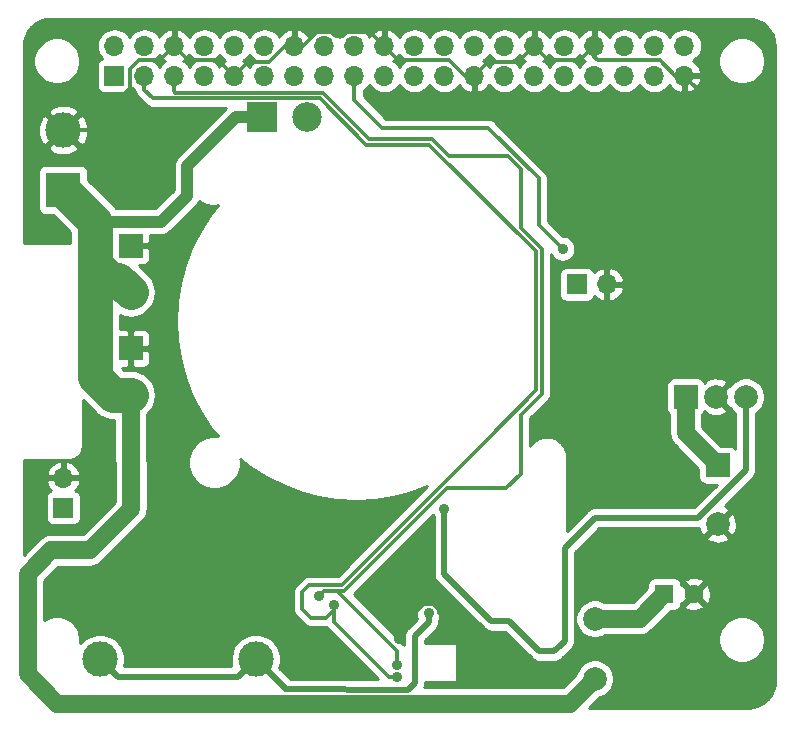
<source format=gbl>
G04 #@! TF.GenerationSoftware,KiCad,Pcbnew,(5.1.0)-1*
G04 #@! TF.CreationDate,2020-06-23T20:51:49+01:00*
G04 #@! TF.ProjectId,Universal Interface Board - Copy,556e6976-6572-4736-916c-20496e746572,-*
G04 #@! TF.SameCoordinates,Original*
G04 #@! TF.FileFunction,Copper,L2,Bot*
G04 #@! TF.FilePolarity,Positive*
%FSLAX46Y46*%
G04 Gerber Fmt 4.6, Leading zero omitted, Abs format (unit mm)*
G04 Created by KiCad (PCBNEW (5.1.0)-1) date 2020-06-23 20:51:49*
%MOMM*%
%LPD*%
G04 APERTURE LIST*
%ADD10R,1.700000X1.700000*%
%ADD11O,1.700000X1.700000*%
%ADD12C,3.000000*%
%ADD13R,2.000000X2.000000*%
%ADD14C,2.000000*%
%ADD15R,1.600000X1.600000*%
%ADD16C,1.600000*%
%ADD17C,2.050000*%
%ADD18R,2.050000X2.050000*%
%ADD19R,2.499360X2.499360*%
%ADD20C,2.499360*%
%ADD21R,3.000000X3.000000*%
%ADD22C,0.900000*%
%ADD23C,0.300000*%
%ADD24C,0.500000*%
%ADD25C,3.000000*%
%ADD26C,1.500000*%
%ADD27C,1.000000*%
%ADD28C,0.254000*%
G04 APERTURE END LIST*
D10*
X116320000Y-70830000D03*
D11*
X116320000Y-68290000D03*
X118860000Y-70830000D03*
X118860000Y-68290000D03*
X121400000Y-70830000D03*
X121400000Y-68290000D03*
X123940000Y-70830000D03*
X123940000Y-68290000D03*
X126480000Y-70830000D03*
X126480000Y-68290000D03*
X129020000Y-70830000D03*
X129020000Y-68290000D03*
X131560000Y-70830000D03*
X131560000Y-68290000D03*
X134100000Y-70830000D03*
X134100000Y-68290000D03*
X136640000Y-70830000D03*
X136640000Y-68290000D03*
X139180000Y-70830000D03*
X139180000Y-68290000D03*
X141720000Y-70830000D03*
X141720000Y-68290000D03*
X144260000Y-70830000D03*
X144260000Y-68290000D03*
X146800000Y-70830000D03*
X146800000Y-68290000D03*
X149340000Y-70830000D03*
X149340000Y-68290000D03*
X151880000Y-70830000D03*
X151880000Y-68290000D03*
X154420000Y-70830000D03*
X154420000Y-68290000D03*
X156960000Y-70830000D03*
X156960000Y-68290000D03*
X159500000Y-70830000D03*
X159500000Y-68290000D03*
X162040000Y-70830000D03*
X162040000Y-68290000D03*
X164580000Y-70830000D03*
X164580000Y-68290000D03*
D12*
X115100000Y-120200000D03*
X128300000Y-120200000D03*
D13*
X164700000Y-98000000D03*
D14*
X167240000Y-98000000D03*
X169780000Y-98000000D03*
D15*
X162900000Y-114700000D03*
D16*
X165400000Y-114700000D03*
D13*
X167400000Y-103800000D03*
D14*
X167400000Y-108800000D03*
D17*
X117700000Y-97860000D03*
D18*
X117700000Y-93900000D03*
D17*
X117700000Y-89160000D03*
D18*
X117700000Y-85200000D03*
D11*
X112000000Y-104860000D03*
D10*
X112000000Y-107400000D03*
D19*
X128800000Y-74350000D03*
D20*
X132610000Y-74350000D03*
D10*
X155475000Y-88475000D03*
D11*
X158015000Y-88475000D03*
D14*
X157000000Y-116800000D03*
X156990000Y-121880000D03*
D21*
X112000000Y-80500000D03*
D12*
X112000000Y-75420000D03*
D22*
X154274999Y-85475001D03*
X144250000Y-107500000D03*
X144250000Y-116750000D03*
X168500000Y-76000000D03*
X140450000Y-118550000D03*
X142935000Y-116315000D03*
X140250000Y-121750000D03*
X134920000Y-115670000D03*
X140250000Y-120750000D03*
X133625000Y-114875000D03*
D23*
X136640000Y-72890000D02*
X136640000Y-70830000D01*
X139000000Y-75250000D02*
X136640000Y-72890000D01*
X147982122Y-75250000D02*
X139000000Y-75250000D01*
X152250000Y-79517878D02*
X147982122Y-75250000D01*
X154274999Y-85475001D02*
X152250000Y-83450002D01*
X152250000Y-83450002D02*
X152250000Y-79517878D01*
D24*
X169780000Y-104230002D02*
X165760002Y-108250000D01*
X169780000Y-98000000D02*
X169780000Y-104230002D01*
X154450410Y-118697622D02*
X154120963Y-119027069D01*
X154450410Y-110799590D02*
X154450410Y-118697622D01*
X165760002Y-108250000D02*
X157000000Y-108250000D01*
X157000000Y-108250000D02*
X154450410Y-110799590D01*
X153581511Y-119566521D02*
X152316521Y-119566521D01*
X154120963Y-119027069D02*
X153581511Y-119566521D01*
X152316521Y-119566521D02*
X149750000Y-117000000D01*
X149750000Y-117000000D02*
X148250000Y-117000000D01*
X148250000Y-117000000D02*
X144250000Y-113000000D01*
X144250000Y-113000000D02*
X144250000Y-107500000D01*
X144250000Y-107500000D02*
X144250000Y-107500000D01*
D23*
X156960000Y-69210000D02*
X156960000Y-68290000D01*
X157250000Y-69500000D02*
X156960000Y-69210000D01*
X162486002Y-69500000D02*
X157250000Y-69500000D01*
X164580000Y-70830000D02*
X163816002Y-70830000D01*
X163816002Y-70830000D02*
X162486002Y-69500000D01*
X152729999Y-69139999D02*
X151880000Y-68290000D01*
X153080001Y-69490001D02*
X152729999Y-69139999D01*
X155759999Y-69490001D02*
X153080001Y-69490001D01*
X156960000Y-68290000D02*
X155759999Y-69490001D01*
X147649999Y-69980001D02*
X146800000Y-70830000D01*
X148000001Y-69629999D02*
X147649999Y-69980001D01*
X150540001Y-69629999D02*
X148000001Y-69629999D01*
X151880000Y-68290000D02*
X150540001Y-69629999D01*
X140029999Y-69139999D02*
X139180000Y-68290000D01*
X140380001Y-69490001D02*
X140029999Y-69139999D01*
X144696003Y-69490001D02*
X140380001Y-69490001D01*
X146036002Y-70830000D02*
X144696003Y-69490001D01*
X146800000Y-70830000D02*
X146036002Y-70830000D01*
X138330001Y-67440001D02*
X139180000Y-68290000D01*
X137979999Y-67089999D02*
X138330001Y-67440001D01*
X136063999Y-67089999D02*
X137979999Y-67089999D01*
X135653998Y-67500000D02*
X136063999Y-67089999D01*
X135086002Y-67500000D02*
X135653998Y-67500000D01*
X134676001Y-67089999D02*
X135086002Y-67500000D01*
X133523999Y-67089999D02*
X134676001Y-67089999D01*
X132323998Y-68290000D02*
X133523999Y-67089999D01*
X131560000Y-68290000D02*
X132323998Y-68290000D01*
X127329999Y-69980001D02*
X126480000Y-70830000D01*
X127680001Y-69629999D02*
X127329999Y-69980001D01*
X129456003Y-69629999D02*
X127680001Y-69629999D01*
X130796002Y-68290000D02*
X129456003Y-69629999D01*
X131560000Y-68290000D02*
X130796002Y-68290000D01*
X122249999Y-69139999D02*
X121400000Y-68290000D01*
X122600001Y-69490001D02*
X122249999Y-69139999D01*
X125140001Y-69490001D02*
X122600001Y-69490001D01*
X126480000Y-70830000D02*
X125140001Y-69490001D01*
X120550001Y-69139999D02*
X121400000Y-68290000D01*
X120199999Y-69490001D02*
X120550001Y-69139999D01*
X118423997Y-69490001D02*
X120199999Y-69490001D01*
X117659999Y-71881321D02*
X117659999Y-70253999D01*
X117659999Y-70253999D02*
X118423997Y-69490001D01*
X114121320Y-75420000D02*
X117659999Y-71881321D01*
X112000000Y-75420000D02*
X114121320Y-75420000D01*
X140450000Y-117913604D02*
X140450000Y-118550000D01*
X140450000Y-117615998D02*
X140450000Y-117913604D01*
X142550999Y-115514999D02*
X140450000Y-117615998D01*
X143319001Y-115514999D02*
X142550999Y-115514999D01*
X143800001Y-115995999D02*
X143319001Y-115514999D01*
X143800001Y-116300001D02*
X143800001Y-115995999D01*
X144250000Y-116750000D02*
X143800001Y-116300001D01*
X168500000Y-74750000D02*
X164580000Y-70830000D01*
X168500000Y-76000000D02*
X168500000Y-74750000D01*
D24*
X116599999Y-121699999D02*
X115100000Y-120200000D01*
X126800001Y-121699999D02*
X116599999Y-121699999D01*
X128300000Y-120200000D02*
X126800001Y-121699999D01*
X130789179Y-122689179D02*
X128300000Y-120200000D01*
X142935000Y-117065000D02*
X141750000Y-118250000D01*
X142935000Y-116315000D02*
X142935000Y-117065000D01*
X141750000Y-118250000D02*
X141750000Y-122250000D01*
X141750000Y-122250000D02*
X141206515Y-122793484D01*
X141206515Y-122793484D02*
X130789179Y-122789179D01*
X130789179Y-122789179D02*
X130789179Y-122689179D01*
D25*
X116250432Y-97860000D02*
X117700000Y-97860000D01*
X114700410Y-96309978D02*
X116250432Y-97860000D01*
X112000000Y-80500000D02*
X114700410Y-83200410D01*
X116675001Y-88135001D02*
X117700000Y-89160000D01*
X116035821Y-88135001D02*
X116675001Y-88135001D01*
X114700410Y-86799590D02*
X116035821Y-88135001D01*
X114700410Y-86799590D02*
X114700410Y-96309978D01*
X114700410Y-83200410D02*
X114700410Y-86799590D01*
D26*
X156990000Y-121880000D02*
X154872872Y-123997128D01*
X154872872Y-123997128D02*
X150001146Y-123997128D01*
X150001146Y-123997128D02*
X111481210Y-123981210D01*
X111481210Y-123981210D02*
X109000000Y-121500000D01*
X109000000Y-121500000D02*
X109000000Y-113000000D01*
D27*
X128800000Y-74350000D02*
X128650000Y-74350000D01*
X120255588Y-83200410D02*
X114700410Y-83200410D01*
X122477999Y-80977999D02*
X120255588Y-83200410D01*
X122477999Y-78474999D02*
X122477999Y-80977999D01*
X128800000Y-74350000D02*
X126602998Y-74350000D01*
X126602998Y-74350000D02*
X122477999Y-78474999D01*
D26*
X117750000Y-107500000D02*
X117700000Y-97860000D01*
X117750000Y-107500000D02*
X114250000Y-111000000D01*
X111000000Y-111000000D02*
X109000000Y-113000000D01*
X114250000Y-111000000D02*
X111000000Y-111000000D01*
D23*
X139613604Y-121750000D02*
X140250000Y-121750000D01*
X134920000Y-117056396D02*
X139613604Y-121750000D01*
X134500000Y-116500000D02*
X134920000Y-116080000D01*
X134250000Y-116750000D02*
X134500000Y-116500000D01*
X133000000Y-116750000D02*
X134250000Y-116750000D01*
X132250000Y-116000000D02*
X133000000Y-116750000D01*
X132250000Y-114500000D02*
X132250000Y-116000000D01*
X133750319Y-72750319D02*
X137657191Y-76657191D01*
X119578238Y-72750319D02*
X133750319Y-72750319D01*
X118860000Y-72032081D02*
X119578238Y-72750319D01*
X142995154Y-76657191D02*
X152000000Y-85662037D01*
X118860000Y-70830000D02*
X118860000Y-72032081D01*
X134920000Y-115670000D02*
X134920000Y-116080000D01*
X134920000Y-116080000D02*
X134920000Y-117056396D01*
X152000000Y-97474998D02*
X147843999Y-101630999D01*
X147843999Y-101655029D02*
X146250000Y-103249028D01*
X152000000Y-85662037D02*
X152000000Y-97474998D01*
X137657191Y-76657191D02*
X142995154Y-76657191D01*
X147843999Y-101630999D02*
X147843999Y-101655029D01*
X146250000Y-103250000D02*
X135575009Y-113924991D01*
X146250000Y-103249028D02*
X146250000Y-103250000D01*
X135575009Y-113924991D02*
X132825009Y-113924991D01*
X132825009Y-113924991D02*
X132250000Y-114500000D01*
X140250000Y-120750000D02*
X140250000Y-119500000D01*
X134074999Y-114425001D02*
X133625000Y-114875000D01*
X135175001Y-114425001D02*
X134074999Y-114425001D01*
X140250000Y-119500000D02*
X135175001Y-114425001D01*
X135782119Y-114425001D02*
X135175001Y-114425001D01*
X143202264Y-76157181D02*
X144674082Y-77628999D01*
X150750000Y-83704917D02*
X152500000Y-85454917D01*
X137864301Y-76157181D02*
X143202264Y-76157181D01*
X149497002Y-105750000D02*
X144457120Y-105750000D01*
X133957429Y-72250309D02*
X137864301Y-76157181D01*
X152500000Y-97750000D02*
X150730001Y-99519999D01*
X121500309Y-72250309D02*
X133957429Y-72250309D01*
X121400000Y-70830000D02*
X121400000Y-72150000D01*
X149654001Y-77628999D02*
X150750000Y-78724998D01*
X144457120Y-105750000D02*
X135782119Y-114425001D01*
X121400000Y-72150000D02*
X121500309Y-72250309D01*
X144674082Y-77628999D02*
X149654001Y-77628999D01*
X150750000Y-78724998D02*
X150750000Y-83704917D01*
X152500000Y-85454917D02*
X152500000Y-97750000D01*
X150730001Y-99519999D02*
X150730001Y-104517001D01*
X150730001Y-104517001D02*
X149497002Y-105750000D01*
D26*
X160800000Y-116800000D02*
X162900000Y-114700000D01*
X157000000Y-116800000D02*
X160800000Y-116800000D01*
X164700000Y-101100000D02*
X167400000Y-103800000D01*
X164700000Y-98000000D02*
X164700000Y-101100000D01*
D28*
G36*
X170399416Y-66042312D02*
G01*
X170831330Y-66172714D01*
X171229685Y-66384524D01*
X171579314Y-66669675D01*
X171866897Y-67017303D01*
X172081486Y-67414177D01*
X172214898Y-67845161D01*
X172265408Y-68325729D01*
X172289388Y-121905085D01*
X172248918Y-122398322D01*
X172124085Y-122836827D01*
X171916456Y-123242733D01*
X171633941Y-123600578D01*
X171287301Y-123896735D01*
X170889739Y-124119922D01*
X170456397Y-124261639D01*
X169974259Y-124320064D01*
X169946644Y-124320379D01*
X156513857Y-124314829D01*
X157354073Y-123474613D01*
X157466912Y-123452168D01*
X157764463Y-123328918D01*
X158032252Y-123149987D01*
X158259987Y-122922252D01*
X158438918Y-122654463D01*
X158562168Y-122356912D01*
X158625000Y-122041033D01*
X158625000Y-121718967D01*
X158562168Y-121403088D01*
X158438918Y-121105537D01*
X158259987Y-120837748D01*
X158032252Y-120610013D01*
X157764463Y-120431082D01*
X157466912Y-120307832D01*
X157151033Y-120245000D01*
X156828967Y-120245000D01*
X156513088Y-120307832D01*
X156215537Y-120431082D01*
X155947748Y-120610013D01*
X155720013Y-120837748D01*
X155541082Y-121105537D01*
X155417832Y-121403088D01*
X155395387Y-121515927D01*
X154299187Y-122612128D01*
X149999577Y-122612128D01*
X142561572Y-122609054D01*
X142566980Y-122598936D01*
X142571588Y-122590315D01*
X142592266Y-122522150D01*
X142622195Y-122423490D01*
X142635000Y-122293477D01*
X142635000Y-122293467D01*
X142639281Y-122250001D01*
X142635000Y-122206532D01*
X142635000Y-122127000D01*
X145250000Y-122127000D01*
X145274776Y-122124560D01*
X145298601Y-122117333D01*
X145320557Y-122105597D01*
X145339803Y-122089803D01*
X145355597Y-122070557D01*
X145367333Y-122048601D01*
X145374560Y-122024776D01*
X145377000Y-122000000D01*
X145377000Y-119000000D01*
X145374560Y-118975224D01*
X145367333Y-118951399D01*
X145355597Y-118929443D01*
X145339803Y-118910197D01*
X145320557Y-118894403D01*
X145298601Y-118882667D01*
X145274776Y-118875440D01*
X145250000Y-118873000D01*
X142635000Y-118873000D01*
X142635000Y-118616578D01*
X143530049Y-117721530D01*
X143563817Y-117693817D01*
X143594417Y-117656532D01*
X143662209Y-117573927D01*
X143674411Y-117559059D01*
X143756589Y-117405313D01*
X143807195Y-117238490D01*
X143820000Y-117108477D01*
X143820000Y-117108467D01*
X143824281Y-117065001D01*
X143820000Y-117021534D01*
X143820000Y-116943453D01*
X143896515Y-116828940D01*
X143978304Y-116631483D01*
X144020000Y-116421863D01*
X144020000Y-116208137D01*
X143978304Y-115998517D01*
X143896515Y-115801060D01*
X143777775Y-115623353D01*
X143626647Y-115472225D01*
X143448940Y-115353485D01*
X143251483Y-115271696D01*
X143041863Y-115230000D01*
X142828137Y-115230000D01*
X142618517Y-115271696D01*
X142421060Y-115353485D01*
X142243353Y-115472225D01*
X142092225Y-115623353D01*
X141973485Y-115801060D01*
X141891696Y-115998517D01*
X141850000Y-116208137D01*
X141850000Y-116421863D01*
X141891696Y-116631483D01*
X141957668Y-116790754D01*
X141154956Y-117593466D01*
X141121183Y-117621183D01*
X141010589Y-117755942D01*
X140928411Y-117909688D01*
X140895579Y-118017918D01*
X140880143Y-118068805D01*
X140877805Y-118076511D01*
X140865000Y-118206524D01*
X140865000Y-118206531D01*
X140860719Y-118250000D01*
X140865000Y-118293469D01*
X140865000Y-119011977D01*
X140845150Y-118987790D01*
X140832345Y-118972187D01*
X140832342Y-118972184D01*
X140807764Y-118942236D01*
X140777816Y-118917658D01*
X136588717Y-114728560D01*
X143294434Y-108022844D01*
X143365001Y-108128454D01*
X143365000Y-112956531D01*
X143360719Y-113000000D01*
X143365000Y-113043469D01*
X143365000Y-113043476D01*
X143374132Y-113136194D01*
X143377805Y-113173490D01*
X143393157Y-113224096D01*
X143428411Y-113340312D01*
X143510589Y-113494058D01*
X143621183Y-113628817D01*
X143654956Y-113656534D01*
X147593470Y-117595049D01*
X147621183Y-117628817D01*
X147654951Y-117656530D01*
X147654953Y-117656532D01*
X147700385Y-117693817D01*
X147755941Y-117739411D01*
X147909687Y-117821589D01*
X148076510Y-117872195D01*
X148206523Y-117885000D01*
X148206533Y-117885000D01*
X148249999Y-117889281D01*
X148293465Y-117885000D01*
X149383422Y-117885000D01*
X151659991Y-120161570D01*
X151687704Y-120195338D01*
X151721472Y-120223051D01*
X151721474Y-120223053D01*
X151801583Y-120288797D01*
X151822462Y-120305932D01*
X151976208Y-120388110D01*
X152143031Y-120438716D01*
X152273044Y-120451521D01*
X152273052Y-120451521D01*
X152316521Y-120455802D01*
X152359990Y-120451521D01*
X153538042Y-120451521D01*
X153581511Y-120455802D01*
X153624980Y-120451521D01*
X153624988Y-120451521D01*
X153755001Y-120438716D01*
X153921824Y-120388110D01*
X154075570Y-120305932D01*
X154210328Y-120195338D01*
X154238045Y-120161565D01*
X155045454Y-119354156D01*
X155079227Y-119326439D01*
X155189821Y-119191681D01*
X155271999Y-119037935D01*
X155322605Y-118871112D01*
X155335410Y-118741099D01*
X155335410Y-118741089D01*
X155339691Y-118697623D01*
X155335410Y-118654157D01*
X155335410Y-116638967D01*
X155365000Y-116638967D01*
X155365000Y-116961033D01*
X155427832Y-117276912D01*
X155551082Y-117574463D01*
X155730013Y-117842252D01*
X155957748Y-118069987D01*
X156225537Y-118248918D01*
X156523088Y-118372168D01*
X156838967Y-118435000D01*
X157161033Y-118435000D01*
X157476912Y-118372168D01*
X157495436Y-118364495D01*
X167465000Y-118364495D01*
X167465000Y-118755505D01*
X167541282Y-119139003D01*
X167690915Y-119500250D01*
X167908149Y-119825364D01*
X168184636Y-120101851D01*
X168509750Y-120319085D01*
X168870997Y-120468718D01*
X169254495Y-120545000D01*
X169645505Y-120545000D01*
X170029003Y-120468718D01*
X170390250Y-120319085D01*
X170715364Y-120101851D01*
X170991851Y-119825364D01*
X171209085Y-119500250D01*
X171358718Y-119139003D01*
X171435000Y-118755505D01*
X171435000Y-118364495D01*
X171358718Y-117980997D01*
X171209085Y-117619750D01*
X170991851Y-117294636D01*
X170715364Y-117018149D01*
X170390250Y-116800915D01*
X170029003Y-116651282D01*
X169645505Y-116575000D01*
X169254495Y-116575000D01*
X168870997Y-116651282D01*
X168509750Y-116800915D01*
X168184636Y-117018149D01*
X167908149Y-117294636D01*
X167690915Y-117619750D01*
X167541282Y-117980997D01*
X167465000Y-118364495D01*
X157495436Y-118364495D01*
X157774463Y-118248918D01*
X157870123Y-118185000D01*
X160731971Y-118185000D01*
X160800000Y-118191700D01*
X160868029Y-118185000D01*
X160868037Y-118185000D01*
X161071507Y-118164960D01*
X161332581Y-118085764D01*
X161573188Y-117957157D01*
X161784081Y-117784081D01*
X161827454Y-117731231D01*
X163420613Y-116138072D01*
X163700000Y-116138072D01*
X163824482Y-116125812D01*
X163944180Y-116089502D01*
X164054494Y-116030537D01*
X164151185Y-115951185D01*
X164230537Y-115854494D01*
X164289502Y-115744180D01*
X164305117Y-115692702D01*
X164586903Y-115692702D01*
X164658486Y-115936671D01*
X164913996Y-116057571D01*
X165188184Y-116126300D01*
X165470512Y-116140217D01*
X165750130Y-116098787D01*
X166016292Y-116003603D01*
X166141514Y-115936671D01*
X166213097Y-115692702D01*
X165400000Y-114879605D01*
X164586903Y-115692702D01*
X164305117Y-115692702D01*
X164325812Y-115624482D01*
X164338072Y-115500000D01*
X164338072Y-115492785D01*
X164407298Y-115513097D01*
X165220395Y-114700000D01*
X165579605Y-114700000D01*
X166392702Y-115513097D01*
X166636671Y-115441514D01*
X166757571Y-115186004D01*
X166826300Y-114911816D01*
X166840217Y-114629488D01*
X166798787Y-114349870D01*
X166703603Y-114083708D01*
X166636671Y-113958486D01*
X166392702Y-113886903D01*
X165579605Y-114700000D01*
X165220395Y-114700000D01*
X164407298Y-113886903D01*
X164338072Y-113907215D01*
X164338072Y-113900000D01*
X164325812Y-113775518D01*
X164305118Y-113707298D01*
X164586903Y-113707298D01*
X165400000Y-114520395D01*
X166213097Y-113707298D01*
X166141514Y-113463329D01*
X165886004Y-113342429D01*
X165611816Y-113273700D01*
X165329488Y-113259783D01*
X165049870Y-113301213D01*
X164783708Y-113396397D01*
X164658486Y-113463329D01*
X164586903Y-113707298D01*
X164305118Y-113707298D01*
X164289502Y-113655820D01*
X164230537Y-113545506D01*
X164151185Y-113448815D01*
X164054494Y-113369463D01*
X163944180Y-113310498D01*
X163824482Y-113274188D01*
X163700000Y-113261928D01*
X162100000Y-113261928D01*
X161975518Y-113274188D01*
X161855820Y-113310498D01*
X161745506Y-113369463D01*
X161648815Y-113448815D01*
X161569463Y-113545506D01*
X161510498Y-113655820D01*
X161474188Y-113775518D01*
X161461928Y-113900000D01*
X161461928Y-114179387D01*
X160226315Y-115415000D01*
X157870123Y-115415000D01*
X157774463Y-115351082D01*
X157476912Y-115227832D01*
X157161033Y-115165000D01*
X156838967Y-115165000D01*
X156523088Y-115227832D01*
X156225537Y-115351082D01*
X155957748Y-115530013D01*
X155730013Y-115757748D01*
X155551082Y-116025537D01*
X155427832Y-116323088D01*
X155365000Y-116638967D01*
X155335410Y-116638967D01*
X155335410Y-111166168D01*
X156566165Y-109935413D01*
X166444192Y-109935413D01*
X166539956Y-110199814D01*
X166829571Y-110340704D01*
X167141108Y-110422384D01*
X167462595Y-110441718D01*
X167781675Y-110397961D01*
X168086088Y-110292795D01*
X168260044Y-110199814D01*
X168355808Y-109935413D01*
X167400000Y-108979605D01*
X166444192Y-109935413D01*
X156566165Y-109935413D01*
X157366579Y-109135000D01*
X165716533Y-109135000D01*
X165760002Y-109139281D01*
X165795743Y-109135761D01*
X165802039Y-109181675D01*
X165907205Y-109486088D01*
X166000186Y-109660044D01*
X166264587Y-109755808D01*
X167220395Y-108800000D01*
X167579605Y-108800000D01*
X168535413Y-109755808D01*
X168799814Y-109660044D01*
X168940704Y-109370429D01*
X169022384Y-109058892D01*
X169041718Y-108737405D01*
X168997961Y-108418325D01*
X168892795Y-108113912D01*
X168799814Y-107939956D01*
X168535413Y-107844192D01*
X167579605Y-108800000D01*
X167220395Y-108800000D01*
X167206253Y-108785858D01*
X167385858Y-108606253D01*
X167400000Y-108620395D01*
X168355808Y-107664587D01*
X168260044Y-107400186D01*
X167991859Y-107269721D01*
X170375049Y-104886532D01*
X170408817Y-104858819D01*
X170470154Y-104784081D01*
X170519411Y-104724061D01*
X170601589Y-104570316D01*
X170652195Y-104403492D01*
X170659179Y-104332581D01*
X170665000Y-104273479D01*
X170665000Y-104273471D01*
X170669281Y-104230002D01*
X170665000Y-104186533D01*
X170665000Y-99375059D01*
X170822252Y-99269987D01*
X171049987Y-99042252D01*
X171228918Y-98774463D01*
X171352168Y-98476912D01*
X171415000Y-98161033D01*
X171415000Y-97838967D01*
X171352168Y-97523088D01*
X171228918Y-97225537D01*
X171049987Y-96957748D01*
X170822252Y-96730013D01*
X170554463Y-96551082D01*
X170256912Y-96427832D01*
X169941033Y-96365000D01*
X169618967Y-96365000D01*
X169303088Y-96427832D01*
X169005537Y-96551082D01*
X168737748Y-96730013D01*
X168510013Y-96957748D01*
X168437280Y-97066600D01*
X168375413Y-97044192D01*
X167419605Y-98000000D01*
X168375413Y-98955808D01*
X168437280Y-98933400D01*
X168510013Y-99042252D01*
X168737748Y-99269987D01*
X168895000Y-99375060D01*
X168895001Y-102402205D01*
X168851185Y-102348815D01*
X168754494Y-102269463D01*
X168644180Y-102210498D01*
X168524482Y-102174188D01*
X168400000Y-102161928D01*
X167720614Y-102161928D01*
X166085000Y-100526315D01*
X166085000Y-99505501D01*
X166151185Y-99451185D01*
X166230537Y-99354494D01*
X166289502Y-99244180D01*
X166305037Y-99192967D01*
X166379956Y-99399814D01*
X166669571Y-99540704D01*
X166981108Y-99622384D01*
X167302595Y-99641718D01*
X167621675Y-99597961D01*
X167926088Y-99492795D01*
X168100044Y-99399814D01*
X168195808Y-99135413D01*
X167240000Y-98179605D01*
X167225858Y-98193748D01*
X167046253Y-98014143D01*
X167060395Y-98000000D01*
X167046253Y-97985858D01*
X167225858Y-97806253D01*
X167240000Y-97820395D01*
X168195808Y-96864587D01*
X168100044Y-96600186D01*
X167810429Y-96459296D01*
X167498892Y-96377616D01*
X167177405Y-96358282D01*
X166858325Y-96402039D01*
X166553912Y-96507205D01*
X166379956Y-96600186D01*
X166305037Y-96807033D01*
X166289502Y-96755820D01*
X166230537Y-96645506D01*
X166151185Y-96548815D01*
X166054494Y-96469463D01*
X165944180Y-96410498D01*
X165824482Y-96374188D01*
X165700000Y-96361928D01*
X163700000Y-96361928D01*
X163575518Y-96374188D01*
X163455820Y-96410498D01*
X163345506Y-96469463D01*
X163248815Y-96548815D01*
X163169463Y-96645506D01*
X163110498Y-96755820D01*
X163074188Y-96875518D01*
X163061928Y-97000000D01*
X163061928Y-99000000D01*
X163074188Y-99124482D01*
X163110498Y-99244180D01*
X163169463Y-99354494D01*
X163248815Y-99451185D01*
X163315000Y-99505502D01*
X163315001Y-101031961D01*
X163308300Y-101100000D01*
X163335040Y-101371507D01*
X163414236Y-101632580D01*
X163542844Y-101873188D01*
X163672548Y-102031233D01*
X163672551Y-102031236D01*
X163715920Y-102084081D01*
X163768764Y-102127449D01*
X165761928Y-104120614D01*
X165761928Y-104800000D01*
X165774188Y-104924482D01*
X165810498Y-105044180D01*
X165869463Y-105154494D01*
X165948815Y-105251185D01*
X166045506Y-105330537D01*
X166155820Y-105389502D01*
X166275518Y-105425812D01*
X166400000Y-105438072D01*
X167320351Y-105438072D01*
X165393424Y-107365000D01*
X157043469Y-107365000D01*
X157000000Y-107360719D01*
X156956531Y-107365000D01*
X156956523Y-107365000D01*
X156826510Y-107377805D01*
X156659687Y-107428411D01*
X156607093Y-107456523D01*
X156505941Y-107510589D01*
X156404953Y-107593468D01*
X156404951Y-107593470D01*
X156371183Y-107621183D01*
X156343470Y-107654951D01*
X154635400Y-109363022D01*
X154635400Y-103026353D01*
X154632033Y-102992169D01*
X154632033Y-102979193D01*
X154631034Y-102969681D01*
X154609279Y-102775732D01*
X154596375Y-102715024D01*
X154584311Y-102654099D01*
X154581483Y-102644962D01*
X154522470Y-102458932D01*
X154498018Y-102401882D01*
X154474354Y-102344470D01*
X154469805Y-102336056D01*
X154375783Y-102165031D01*
X154340710Y-102113809D01*
X154306351Y-102062094D01*
X154300254Y-102054724D01*
X154174804Y-101905218D01*
X154130446Y-101861779D01*
X154086697Y-101817724D01*
X154079285Y-101811679D01*
X153927185Y-101689389D01*
X153875245Y-101655401D01*
X153823767Y-101620678D01*
X153815323Y-101616187D01*
X153642367Y-101525768D01*
X153584810Y-101502513D01*
X153527565Y-101478450D01*
X153518409Y-101475685D01*
X153331183Y-101420582D01*
X153270175Y-101408945D01*
X153209385Y-101396466D01*
X153199866Y-101395532D01*
X153005505Y-101377843D01*
X152943381Y-101378277D01*
X152881333Y-101377844D01*
X152871826Y-101378776D01*
X152871819Y-101378776D01*
X152871813Y-101378777D01*
X152677718Y-101399178D01*
X152616904Y-101411661D01*
X152555919Y-101423295D01*
X152546763Y-101426059D01*
X152360325Y-101483771D01*
X152303092Y-101507830D01*
X152245527Y-101531087D01*
X152237082Y-101535577D01*
X152065406Y-101628402D01*
X152013932Y-101663122D01*
X151961982Y-101697117D01*
X151954570Y-101703162D01*
X151804193Y-101827565D01*
X151760427Y-101871638D01*
X151716089Y-101915057D01*
X151709992Y-101922426D01*
X151586642Y-102073668D01*
X151552281Y-102125386D01*
X151517209Y-102176607D01*
X151515001Y-102180691D01*
X151515001Y-99845156D01*
X153027810Y-98332347D01*
X153057764Y-98307764D01*
X153155862Y-98188233D01*
X153228754Y-98051860D01*
X153257674Y-97956524D01*
X153273642Y-97903887D01*
X153281262Y-97826510D01*
X153285000Y-97788561D01*
X153285000Y-97788556D01*
X153288797Y-97750000D01*
X153285000Y-97711444D01*
X153285000Y-87625000D01*
X153986928Y-87625000D01*
X153986928Y-89325000D01*
X153999188Y-89449482D01*
X154035498Y-89569180D01*
X154094463Y-89679494D01*
X154173815Y-89776185D01*
X154270506Y-89855537D01*
X154380820Y-89914502D01*
X154500518Y-89950812D01*
X154625000Y-89963072D01*
X156325000Y-89963072D01*
X156449482Y-89950812D01*
X156569180Y-89914502D01*
X156679494Y-89855537D01*
X156776185Y-89776185D01*
X156855537Y-89679494D01*
X156914502Y-89569180D01*
X156938966Y-89488534D01*
X157014731Y-89572588D01*
X157248080Y-89746641D01*
X157510901Y-89871825D01*
X157658110Y-89916476D01*
X157888000Y-89795155D01*
X157888000Y-88602000D01*
X158142000Y-88602000D01*
X158142000Y-89795155D01*
X158371890Y-89916476D01*
X158519099Y-89871825D01*
X158781920Y-89746641D01*
X159015269Y-89572588D01*
X159210178Y-89356355D01*
X159359157Y-89106252D01*
X159456481Y-88831891D01*
X159335814Y-88602000D01*
X158142000Y-88602000D01*
X157888000Y-88602000D01*
X157868000Y-88602000D01*
X157868000Y-88348000D01*
X157888000Y-88348000D01*
X157888000Y-87154845D01*
X158142000Y-87154845D01*
X158142000Y-88348000D01*
X159335814Y-88348000D01*
X159456481Y-88118109D01*
X159359157Y-87843748D01*
X159210178Y-87593645D01*
X159015269Y-87377412D01*
X158781920Y-87203359D01*
X158519099Y-87078175D01*
X158371890Y-87033524D01*
X158142000Y-87154845D01*
X157888000Y-87154845D01*
X157658110Y-87033524D01*
X157510901Y-87078175D01*
X157248080Y-87203359D01*
X157014731Y-87377412D01*
X156938966Y-87461466D01*
X156914502Y-87380820D01*
X156855537Y-87270506D01*
X156776185Y-87173815D01*
X156679494Y-87094463D01*
X156569180Y-87035498D01*
X156449482Y-86999188D01*
X156325000Y-86986928D01*
X154625000Y-86986928D01*
X154500518Y-86999188D01*
X154380820Y-87035498D01*
X154270506Y-87094463D01*
X154173815Y-87173815D01*
X154094463Y-87270506D01*
X154035498Y-87380820D01*
X153999188Y-87500518D01*
X153986928Y-87625000D01*
X153285000Y-87625000D01*
X153285000Y-85920174D01*
X153313484Y-85988941D01*
X153432224Y-86166648D01*
X153583352Y-86317776D01*
X153761059Y-86436516D01*
X153958516Y-86518305D01*
X154168136Y-86560001D01*
X154381862Y-86560001D01*
X154591482Y-86518305D01*
X154788939Y-86436516D01*
X154966646Y-86317776D01*
X155117774Y-86166648D01*
X155236514Y-85988941D01*
X155318303Y-85791484D01*
X155359999Y-85581864D01*
X155359999Y-85368138D01*
X155318303Y-85158518D01*
X155236514Y-84961061D01*
X155117774Y-84783354D01*
X154966646Y-84632226D01*
X154788939Y-84513486D01*
X154591482Y-84431697D01*
X154381862Y-84390001D01*
X154300157Y-84390001D01*
X153035000Y-83124845D01*
X153035000Y-79556433D01*
X153038797Y-79517878D01*
X153035000Y-79479322D01*
X153035000Y-79479317D01*
X153029481Y-79423282D01*
X153023642Y-79363991D01*
X152978754Y-79216018D01*
X152905862Y-79079645D01*
X152807764Y-78960114D01*
X152777816Y-78935536D01*
X148564469Y-74722190D01*
X148539886Y-74692236D01*
X148420355Y-74594138D01*
X148283982Y-74521246D01*
X148136009Y-74476359D01*
X148020683Y-74465000D01*
X148020675Y-74465000D01*
X147982122Y-74461203D01*
X147943569Y-74465000D01*
X139325158Y-74465000D01*
X137425000Y-72564843D01*
X137425000Y-72094232D01*
X137469014Y-72070706D01*
X137695134Y-71885134D01*
X137880706Y-71659014D01*
X137910000Y-71604209D01*
X137939294Y-71659014D01*
X138124866Y-71885134D01*
X138350986Y-72070706D01*
X138608966Y-72208599D01*
X138888889Y-72293513D01*
X139107050Y-72315000D01*
X139252950Y-72315000D01*
X139471111Y-72293513D01*
X139751034Y-72208599D01*
X140009014Y-72070706D01*
X140235134Y-71885134D01*
X140420706Y-71659014D01*
X140450000Y-71604209D01*
X140479294Y-71659014D01*
X140664866Y-71885134D01*
X140890986Y-72070706D01*
X141148966Y-72208599D01*
X141428889Y-72293513D01*
X141647050Y-72315000D01*
X141792950Y-72315000D01*
X142011111Y-72293513D01*
X142291034Y-72208599D01*
X142549014Y-72070706D01*
X142775134Y-71885134D01*
X142960706Y-71659014D01*
X142990000Y-71604209D01*
X143019294Y-71659014D01*
X143204866Y-71885134D01*
X143430986Y-72070706D01*
X143688966Y-72208599D01*
X143968889Y-72293513D01*
X144187050Y-72315000D01*
X144332950Y-72315000D01*
X144551111Y-72293513D01*
X144831034Y-72208599D01*
X145089014Y-72070706D01*
X145315134Y-71885134D01*
X145500706Y-71659014D01*
X145535201Y-71594477D01*
X145604822Y-71711355D01*
X145799731Y-71927588D01*
X146033080Y-72101641D01*
X146295901Y-72226825D01*
X146443110Y-72271476D01*
X146673000Y-72150155D01*
X146673000Y-70957000D01*
X146653000Y-70957000D01*
X146653000Y-70703000D01*
X146673000Y-70703000D01*
X146673000Y-70683000D01*
X146927000Y-70683000D01*
X146927000Y-70703000D01*
X146947000Y-70703000D01*
X146947000Y-70957000D01*
X146927000Y-70957000D01*
X146927000Y-72150155D01*
X147156890Y-72271476D01*
X147304099Y-72226825D01*
X147566920Y-72101641D01*
X147800269Y-71927588D01*
X147995178Y-71711355D01*
X148064799Y-71594477D01*
X148099294Y-71659014D01*
X148284866Y-71885134D01*
X148510986Y-72070706D01*
X148768966Y-72208599D01*
X149048889Y-72293513D01*
X149267050Y-72315000D01*
X149412950Y-72315000D01*
X149631111Y-72293513D01*
X149911034Y-72208599D01*
X150169014Y-72070706D01*
X150395134Y-71885134D01*
X150580706Y-71659014D01*
X150610000Y-71604209D01*
X150639294Y-71659014D01*
X150824866Y-71885134D01*
X151050986Y-72070706D01*
X151308966Y-72208599D01*
X151588889Y-72293513D01*
X151807050Y-72315000D01*
X151952950Y-72315000D01*
X152171111Y-72293513D01*
X152451034Y-72208599D01*
X152709014Y-72070706D01*
X152935134Y-71885134D01*
X153120706Y-71659014D01*
X153150000Y-71604209D01*
X153179294Y-71659014D01*
X153364866Y-71885134D01*
X153590986Y-72070706D01*
X153848966Y-72208599D01*
X154128889Y-72293513D01*
X154347050Y-72315000D01*
X154492950Y-72315000D01*
X154711111Y-72293513D01*
X154991034Y-72208599D01*
X155249014Y-72070706D01*
X155475134Y-71885134D01*
X155660706Y-71659014D01*
X155690000Y-71604209D01*
X155719294Y-71659014D01*
X155904866Y-71885134D01*
X156130986Y-72070706D01*
X156388966Y-72208599D01*
X156668889Y-72293513D01*
X156887050Y-72315000D01*
X157032950Y-72315000D01*
X157251111Y-72293513D01*
X157531034Y-72208599D01*
X157789014Y-72070706D01*
X158015134Y-71885134D01*
X158200706Y-71659014D01*
X158230000Y-71604209D01*
X158259294Y-71659014D01*
X158444866Y-71885134D01*
X158670986Y-72070706D01*
X158928966Y-72208599D01*
X159208889Y-72293513D01*
X159427050Y-72315000D01*
X159572950Y-72315000D01*
X159791111Y-72293513D01*
X160071034Y-72208599D01*
X160329014Y-72070706D01*
X160555134Y-71885134D01*
X160740706Y-71659014D01*
X160770000Y-71604209D01*
X160799294Y-71659014D01*
X160984866Y-71885134D01*
X161210986Y-72070706D01*
X161468966Y-72208599D01*
X161748889Y-72293513D01*
X161967050Y-72315000D01*
X162112950Y-72315000D01*
X162331111Y-72293513D01*
X162611034Y-72208599D01*
X162869014Y-72070706D01*
X163095134Y-71885134D01*
X163280706Y-71659014D01*
X163315201Y-71594477D01*
X163384822Y-71711355D01*
X163579731Y-71927588D01*
X163813080Y-72101641D01*
X164075901Y-72226825D01*
X164223110Y-72271476D01*
X164453000Y-72150155D01*
X164453000Y-70957000D01*
X164707000Y-70957000D01*
X164707000Y-72150155D01*
X164936890Y-72271476D01*
X165084099Y-72226825D01*
X165346920Y-72101641D01*
X165580269Y-71927588D01*
X165775178Y-71711355D01*
X165924157Y-71461252D01*
X166021481Y-71186891D01*
X165900814Y-70957000D01*
X164707000Y-70957000D01*
X164453000Y-70957000D01*
X164433000Y-70957000D01*
X164433000Y-70703000D01*
X164453000Y-70703000D01*
X164453000Y-70683000D01*
X164707000Y-70683000D01*
X164707000Y-70703000D01*
X165900814Y-70703000D01*
X166021481Y-70473109D01*
X165924157Y-70198748D01*
X165775178Y-69948645D01*
X165580269Y-69732412D01*
X165351244Y-69561584D01*
X165409014Y-69530706D01*
X165611542Y-69364495D01*
X167465000Y-69364495D01*
X167465000Y-69755505D01*
X167541282Y-70139003D01*
X167690915Y-70500250D01*
X167908149Y-70825364D01*
X168184636Y-71101851D01*
X168509750Y-71319085D01*
X168870997Y-71468718D01*
X169254495Y-71545000D01*
X169645505Y-71545000D01*
X170029003Y-71468718D01*
X170390250Y-71319085D01*
X170715364Y-71101851D01*
X170991851Y-70825364D01*
X171209085Y-70500250D01*
X171358718Y-70139003D01*
X171435000Y-69755505D01*
X171435000Y-69364495D01*
X171358718Y-68980997D01*
X171209085Y-68619750D01*
X170991851Y-68294636D01*
X170715364Y-68018149D01*
X170390250Y-67800915D01*
X170029003Y-67651282D01*
X169645505Y-67575000D01*
X169254495Y-67575000D01*
X168870997Y-67651282D01*
X168509750Y-67800915D01*
X168184636Y-68018149D01*
X167908149Y-68294636D01*
X167690915Y-68619750D01*
X167541282Y-68980997D01*
X167465000Y-69364495D01*
X165611542Y-69364495D01*
X165635134Y-69345134D01*
X165820706Y-69119014D01*
X165958599Y-68861034D01*
X166043513Y-68581111D01*
X166072185Y-68290000D01*
X166043513Y-67998889D01*
X165958599Y-67718966D01*
X165820706Y-67460986D01*
X165635134Y-67234866D01*
X165409014Y-67049294D01*
X165151034Y-66911401D01*
X164871111Y-66826487D01*
X164652950Y-66805000D01*
X164507050Y-66805000D01*
X164288889Y-66826487D01*
X164008966Y-66911401D01*
X163750986Y-67049294D01*
X163524866Y-67234866D01*
X163339294Y-67460986D01*
X163310000Y-67515791D01*
X163280706Y-67460986D01*
X163095134Y-67234866D01*
X162869014Y-67049294D01*
X162611034Y-66911401D01*
X162331111Y-66826487D01*
X162112950Y-66805000D01*
X161967050Y-66805000D01*
X161748889Y-66826487D01*
X161468966Y-66911401D01*
X161210986Y-67049294D01*
X160984866Y-67234866D01*
X160799294Y-67460986D01*
X160770000Y-67515791D01*
X160740706Y-67460986D01*
X160555134Y-67234866D01*
X160329014Y-67049294D01*
X160071034Y-66911401D01*
X159791111Y-66826487D01*
X159572950Y-66805000D01*
X159427050Y-66805000D01*
X159208889Y-66826487D01*
X158928966Y-66911401D01*
X158670986Y-67049294D01*
X158444866Y-67234866D01*
X158259294Y-67460986D01*
X158224799Y-67525523D01*
X158155178Y-67408645D01*
X157960269Y-67192412D01*
X157726920Y-67018359D01*
X157464099Y-66893175D01*
X157316890Y-66848524D01*
X157087000Y-66969845D01*
X157087000Y-68163000D01*
X157107000Y-68163000D01*
X157107000Y-68417000D01*
X157087000Y-68417000D01*
X157087000Y-68437000D01*
X156833000Y-68437000D01*
X156833000Y-68417000D01*
X156813000Y-68417000D01*
X156813000Y-68163000D01*
X156833000Y-68163000D01*
X156833000Y-66969845D01*
X156603110Y-66848524D01*
X156455901Y-66893175D01*
X156193080Y-67018359D01*
X155959731Y-67192412D01*
X155764822Y-67408645D01*
X155695201Y-67525523D01*
X155660706Y-67460986D01*
X155475134Y-67234866D01*
X155249014Y-67049294D01*
X154991034Y-66911401D01*
X154711111Y-66826487D01*
X154492950Y-66805000D01*
X154347050Y-66805000D01*
X154128889Y-66826487D01*
X153848966Y-66911401D01*
X153590986Y-67049294D01*
X153364866Y-67234866D01*
X153179294Y-67460986D01*
X153144799Y-67525523D01*
X153075178Y-67408645D01*
X152880269Y-67192412D01*
X152646920Y-67018359D01*
X152384099Y-66893175D01*
X152236890Y-66848524D01*
X152007000Y-66969845D01*
X152007000Y-68163000D01*
X152027000Y-68163000D01*
X152027000Y-68417000D01*
X152007000Y-68417000D01*
X152007000Y-68437000D01*
X151753000Y-68437000D01*
X151753000Y-68417000D01*
X151733000Y-68417000D01*
X151733000Y-68163000D01*
X151753000Y-68163000D01*
X151753000Y-66969845D01*
X151523110Y-66848524D01*
X151375901Y-66893175D01*
X151113080Y-67018359D01*
X150879731Y-67192412D01*
X150684822Y-67408645D01*
X150615201Y-67525523D01*
X150580706Y-67460986D01*
X150395134Y-67234866D01*
X150169014Y-67049294D01*
X149911034Y-66911401D01*
X149631111Y-66826487D01*
X149412950Y-66805000D01*
X149267050Y-66805000D01*
X149048889Y-66826487D01*
X148768966Y-66911401D01*
X148510986Y-67049294D01*
X148284866Y-67234866D01*
X148099294Y-67460986D01*
X148070000Y-67515791D01*
X148040706Y-67460986D01*
X147855134Y-67234866D01*
X147629014Y-67049294D01*
X147371034Y-66911401D01*
X147091111Y-66826487D01*
X146872950Y-66805000D01*
X146727050Y-66805000D01*
X146508889Y-66826487D01*
X146228966Y-66911401D01*
X145970986Y-67049294D01*
X145744866Y-67234866D01*
X145559294Y-67460986D01*
X145530000Y-67515791D01*
X145500706Y-67460986D01*
X145315134Y-67234866D01*
X145089014Y-67049294D01*
X144831034Y-66911401D01*
X144551111Y-66826487D01*
X144332950Y-66805000D01*
X144187050Y-66805000D01*
X143968889Y-66826487D01*
X143688966Y-66911401D01*
X143430986Y-67049294D01*
X143204866Y-67234866D01*
X143019294Y-67460986D01*
X142990000Y-67515791D01*
X142960706Y-67460986D01*
X142775134Y-67234866D01*
X142549014Y-67049294D01*
X142291034Y-66911401D01*
X142011111Y-66826487D01*
X141792950Y-66805000D01*
X141647050Y-66805000D01*
X141428889Y-66826487D01*
X141148966Y-66911401D01*
X140890986Y-67049294D01*
X140664866Y-67234866D01*
X140479294Y-67460986D01*
X140444799Y-67525523D01*
X140375178Y-67408645D01*
X140180269Y-67192412D01*
X139946920Y-67018359D01*
X139684099Y-66893175D01*
X139536890Y-66848524D01*
X139307000Y-66969845D01*
X139307000Y-68163000D01*
X139327000Y-68163000D01*
X139327000Y-68417000D01*
X139307000Y-68417000D01*
X139307000Y-68437000D01*
X139053000Y-68437000D01*
X139053000Y-68417000D01*
X139033000Y-68417000D01*
X139033000Y-68163000D01*
X139053000Y-68163000D01*
X139053000Y-66969845D01*
X138823110Y-66848524D01*
X138675901Y-66893175D01*
X138413080Y-67018359D01*
X138179731Y-67192412D01*
X137984822Y-67408645D01*
X137915201Y-67525523D01*
X137880706Y-67460986D01*
X137695134Y-67234866D01*
X137469014Y-67049294D01*
X137211034Y-66911401D01*
X136931111Y-66826487D01*
X136712950Y-66805000D01*
X136567050Y-66805000D01*
X136348889Y-66826487D01*
X136068966Y-66911401D01*
X135810986Y-67049294D01*
X135584866Y-67234866D01*
X135399294Y-67460986D01*
X135370000Y-67515791D01*
X135340706Y-67460986D01*
X135155134Y-67234866D01*
X134929014Y-67049294D01*
X134671034Y-66911401D01*
X134391111Y-66826487D01*
X134172950Y-66805000D01*
X134027050Y-66805000D01*
X133808889Y-66826487D01*
X133528966Y-66911401D01*
X133270986Y-67049294D01*
X133044866Y-67234866D01*
X132859294Y-67460986D01*
X132824799Y-67525523D01*
X132755178Y-67408645D01*
X132560269Y-67192412D01*
X132326920Y-67018359D01*
X132064099Y-66893175D01*
X131916890Y-66848524D01*
X131687000Y-66969845D01*
X131687000Y-68163000D01*
X131707000Y-68163000D01*
X131707000Y-68417000D01*
X131687000Y-68417000D01*
X131687000Y-68437000D01*
X131433000Y-68437000D01*
X131433000Y-68417000D01*
X131413000Y-68417000D01*
X131413000Y-68163000D01*
X131433000Y-68163000D01*
X131433000Y-66969845D01*
X131203110Y-66848524D01*
X131055901Y-66893175D01*
X130793080Y-67018359D01*
X130559731Y-67192412D01*
X130364822Y-67408645D01*
X130295201Y-67525523D01*
X130260706Y-67460986D01*
X130075134Y-67234866D01*
X129849014Y-67049294D01*
X129591034Y-66911401D01*
X129311111Y-66826487D01*
X129092950Y-66805000D01*
X128947050Y-66805000D01*
X128728889Y-66826487D01*
X128448966Y-66911401D01*
X128190986Y-67049294D01*
X127964866Y-67234866D01*
X127779294Y-67460986D01*
X127750000Y-67515791D01*
X127720706Y-67460986D01*
X127535134Y-67234866D01*
X127309014Y-67049294D01*
X127051034Y-66911401D01*
X126771111Y-66826487D01*
X126552950Y-66805000D01*
X126407050Y-66805000D01*
X126188889Y-66826487D01*
X125908966Y-66911401D01*
X125650986Y-67049294D01*
X125424866Y-67234866D01*
X125239294Y-67460986D01*
X125210000Y-67515791D01*
X125180706Y-67460986D01*
X124995134Y-67234866D01*
X124769014Y-67049294D01*
X124511034Y-66911401D01*
X124231111Y-66826487D01*
X124012950Y-66805000D01*
X123867050Y-66805000D01*
X123648889Y-66826487D01*
X123368966Y-66911401D01*
X123110986Y-67049294D01*
X122884866Y-67234866D01*
X122699294Y-67460986D01*
X122664799Y-67525523D01*
X122595178Y-67408645D01*
X122400269Y-67192412D01*
X122166920Y-67018359D01*
X121904099Y-66893175D01*
X121756890Y-66848524D01*
X121527000Y-66969845D01*
X121527000Y-68163000D01*
X121547000Y-68163000D01*
X121547000Y-68417000D01*
X121527000Y-68417000D01*
X121527000Y-68437000D01*
X121273000Y-68437000D01*
X121273000Y-68417000D01*
X121253000Y-68417000D01*
X121253000Y-68163000D01*
X121273000Y-68163000D01*
X121273000Y-66969845D01*
X121043110Y-66848524D01*
X120895901Y-66893175D01*
X120633080Y-67018359D01*
X120399731Y-67192412D01*
X120204822Y-67408645D01*
X120135201Y-67525523D01*
X120100706Y-67460986D01*
X119915134Y-67234866D01*
X119689014Y-67049294D01*
X119431034Y-66911401D01*
X119151111Y-66826487D01*
X118932950Y-66805000D01*
X118787050Y-66805000D01*
X118568889Y-66826487D01*
X118288966Y-66911401D01*
X118030986Y-67049294D01*
X117804866Y-67234866D01*
X117619294Y-67460986D01*
X117590000Y-67515791D01*
X117560706Y-67460986D01*
X117375134Y-67234866D01*
X117149014Y-67049294D01*
X116891034Y-66911401D01*
X116611111Y-66826487D01*
X116392950Y-66805000D01*
X116247050Y-66805000D01*
X116028889Y-66826487D01*
X115748966Y-66911401D01*
X115490986Y-67049294D01*
X115264866Y-67234866D01*
X115079294Y-67460986D01*
X114941401Y-67718966D01*
X114856487Y-67998889D01*
X114827815Y-68290000D01*
X114856487Y-68581111D01*
X114941401Y-68861034D01*
X115079294Y-69119014D01*
X115264866Y-69345134D01*
X115294687Y-69369607D01*
X115225820Y-69390498D01*
X115115506Y-69449463D01*
X115018815Y-69528815D01*
X114939463Y-69625506D01*
X114880498Y-69735820D01*
X114844188Y-69855518D01*
X114831928Y-69980000D01*
X114831928Y-71680000D01*
X114844188Y-71804482D01*
X114880498Y-71924180D01*
X114939463Y-72034494D01*
X115018815Y-72131185D01*
X115115506Y-72210537D01*
X115225820Y-72269502D01*
X115345518Y-72305812D01*
X115470000Y-72318072D01*
X117170000Y-72318072D01*
X117294482Y-72305812D01*
X117414180Y-72269502D01*
X117524494Y-72210537D01*
X117621185Y-72131185D01*
X117700537Y-72034494D01*
X117759502Y-71924180D01*
X117780393Y-71855313D01*
X117804866Y-71885134D01*
X118030986Y-72070706D01*
X118077453Y-72095543D01*
X118086359Y-72185967D01*
X118131246Y-72333940D01*
X118131247Y-72333941D01*
X118204139Y-72470314D01*
X118237380Y-72510818D01*
X118277655Y-72559893D01*
X118277659Y-72559897D01*
X118302237Y-72589845D01*
X118332185Y-72614423D01*
X118995895Y-73278134D01*
X119020474Y-73308083D01*
X119050422Y-73332661D01*
X119050425Y-73332664D01*
X119079797Y-73356769D01*
X119140005Y-73406181D01*
X119276378Y-73479073D01*
X119424351Y-73523961D01*
X119499264Y-73531339D01*
X119539677Y-73535319D01*
X119539682Y-73535319D01*
X119578238Y-73539116D01*
X119616793Y-73535319D01*
X125806580Y-73535319D01*
X125796549Y-73543551D01*
X125761011Y-73586854D01*
X121714864Y-77633003D01*
X121671550Y-77668550D01*
X121529715Y-77841376D01*
X121433482Y-78021417D01*
X121424323Y-78038553D01*
X121359422Y-78252501D01*
X121337508Y-78474999D01*
X121342999Y-78530751D01*
X121343000Y-80507866D01*
X119785457Y-82065410D01*
X116514590Y-82065410D01*
X116484187Y-82008529D01*
X116217387Y-81683433D01*
X116135923Y-81616577D01*
X114138072Y-79618727D01*
X114138072Y-79000000D01*
X114125812Y-78875518D01*
X114089502Y-78755820D01*
X114030537Y-78645506D01*
X113951185Y-78548815D01*
X113854494Y-78469463D01*
X113744180Y-78410498D01*
X113624482Y-78374188D01*
X113500000Y-78361928D01*
X112073681Y-78361928D01*
X112000000Y-78354671D01*
X111926319Y-78361928D01*
X110500000Y-78361928D01*
X110375518Y-78374188D01*
X110255820Y-78410498D01*
X110145506Y-78469463D01*
X110048815Y-78548815D01*
X109969463Y-78645506D01*
X109910498Y-78755820D01*
X109874188Y-78875518D01*
X109861928Y-79000000D01*
X109861928Y-80426319D01*
X109854671Y-80500000D01*
X109861928Y-80573681D01*
X109861928Y-82000000D01*
X109874188Y-82124482D01*
X109910498Y-82244180D01*
X109969463Y-82354494D01*
X110048815Y-82451185D01*
X110145506Y-82530537D01*
X110255820Y-82589502D01*
X110375518Y-82625812D01*
X110500000Y-82638072D01*
X111118727Y-82638072D01*
X112565410Y-84084756D01*
X112565410Y-85009992D01*
X112517241Y-85005269D01*
X112517237Y-85005269D01*
X112484047Y-85002000D01*
X108635400Y-85002000D01*
X108635400Y-76911653D01*
X110687952Y-76911653D01*
X110843962Y-77227214D01*
X111218745Y-77418020D01*
X111623551Y-77532044D01*
X112042824Y-77564902D01*
X112460451Y-77515334D01*
X112860383Y-77385243D01*
X113156038Y-77227214D01*
X113312048Y-76911653D01*
X112000000Y-75599605D01*
X110687952Y-76911653D01*
X108635400Y-76911653D01*
X108635400Y-75462824D01*
X109855098Y-75462824D01*
X109904666Y-75880451D01*
X110034757Y-76280383D01*
X110192786Y-76576038D01*
X110508347Y-76732048D01*
X111820395Y-75420000D01*
X112179605Y-75420000D01*
X113491653Y-76732048D01*
X113807214Y-76576038D01*
X113998020Y-76201255D01*
X114112044Y-75796449D01*
X114144902Y-75377176D01*
X114095334Y-74959549D01*
X113965243Y-74559617D01*
X113807214Y-74263962D01*
X113491653Y-74107952D01*
X112179605Y-75420000D01*
X111820395Y-75420000D01*
X110508347Y-74107952D01*
X110192786Y-74263962D01*
X110001980Y-74638745D01*
X109887956Y-75043551D01*
X109855098Y-75462824D01*
X108635400Y-75462824D01*
X108635400Y-73928347D01*
X110687952Y-73928347D01*
X112000000Y-75240395D01*
X113312048Y-73928347D01*
X113156038Y-73612786D01*
X112781255Y-73421980D01*
X112376449Y-73307956D01*
X111957176Y-73275098D01*
X111539549Y-73324666D01*
X111139617Y-73454757D01*
X110843962Y-73612786D01*
X110687952Y-73928347D01*
X108635400Y-73928347D01*
X108635400Y-69364495D01*
X109465000Y-69364495D01*
X109465000Y-69755505D01*
X109541282Y-70139003D01*
X109690915Y-70500250D01*
X109908149Y-70825364D01*
X110184636Y-71101851D01*
X110509750Y-71319085D01*
X110870997Y-71468718D01*
X111254495Y-71545000D01*
X111645505Y-71545000D01*
X112029003Y-71468718D01*
X112390250Y-71319085D01*
X112715364Y-71101851D01*
X112991851Y-70825364D01*
X113209085Y-70500250D01*
X113358718Y-70139003D01*
X113435000Y-69755505D01*
X113435000Y-69364495D01*
X113358718Y-68980997D01*
X113209085Y-68619750D01*
X112991851Y-68294636D01*
X112715364Y-68018149D01*
X112390250Y-67800915D01*
X112029003Y-67651282D01*
X111645505Y-67575000D01*
X111254495Y-67575000D01*
X110870997Y-67651282D01*
X110509750Y-67800915D01*
X110184636Y-68018149D01*
X109908149Y-68294636D01*
X109690915Y-68619750D01*
X109541282Y-68980997D01*
X109465000Y-69364495D01*
X108635400Y-69364495D01*
X108635400Y-68343505D01*
X108682712Y-67860984D01*
X108813114Y-67429070D01*
X109024924Y-67030715D01*
X109310075Y-66681086D01*
X109657703Y-66393503D01*
X110054577Y-66178914D01*
X110485561Y-66045502D01*
X110966054Y-65995000D01*
X169916895Y-65995000D01*
X170399416Y-66042312D01*
X170399416Y-66042312D01*
G37*
X170399416Y-66042312D02*
X170831330Y-66172714D01*
X171229685Y-66384524D01*
X171579314Y-66669675D01*
X171866897Y-67017303D01*
X172081486Y-67414177D01*
X172214898Y-67845161D01*
X172265408Y-68325729D01*
X172289388Y-121905085D01*
X172248918Y-122398322D01*
X172124085Y-122836827D01*
X171916456Y-123242733D01*
X171633941Y-123600578D01*
X171287301Y-123896735D01*
X170889739Y-124119922D01*
X170456397Y-124261639D01*
X169974259Y-124320064D01*
X169946644Y-124320379D01*
X156513857Y-124314829D01*
X157354073Y-123474613D01*
X157466912Y-123452168D01*
X157764463Y-123328918D01*
X158032252Y-123149987D01*
X158259987Y-122922252D01*
X158438918Y-122654463D01*
X158562168Y-122356912D01*
X158625000Y-122041033D01*
X158625000Y-121718967D01*
X158562168Y-121403088D01*
X158438918Y-121105537D01*
X158259987Y-120837748D01*
X158032252Y-120610013D01*
X157764463Y-120431082D01*
X157466912Y-120307832D01*
X157151033Y-120245000D01*
X156828967Y-120245000D01*
X156513088Y-120307832D01*
X156215537Y-120431082D01*
X155947748Y-120610013D01*
X155720013Y-120837748D01*
X155541082Y-121105537D01*
X155417832Y-121403088D01*
X155395387Y-121515927D01*
X154299187Y-122612128D01*
X149999577Y-122612128D01*
X142561572Y-122609054D01*
X142566980Y-122598936D01*
X142571588Y-122590315D01*
X142592266Y-122522150D01*
X142622195Y-122423490D01*
X142635000Y-122293477D01*
X142635000Y-122293467D01*
X142639281Y-122250001D01*
X142635000Y-122206532D01*
X142635000Y-122127000D01*
X145250000Y-122127000D01*
X145274776Y-122124560D01*
X145298601Y-122117333D01*
X145320557Y-122105597D01*
X145339803Y-122089803D01*
X145355597Y-122070557D01*
X145367333Y-122048601D01*
X145374560Y-122024776D01*
X145377000Y-122000000D01*
X145377000Y-119000000D01*
X145374560Y-118975224D01*
X145367333Y-118951399D01*
X145355597Y-118929443D01*
X145339803Y-118910197D01*
X145320557Y-118894403D01*
X145298601Y-118882667D01*
X145274776Y-118875440D01*
X145250000Y-118873000D01*
X142635000Y-118873000D01*
X142635000Y-118616578D01*
X143530049Y-117721530D01*
X143563817Y-117693817D01*
X143594417Y-117656532D01*
X143662209Y-117573927D01*
X143674411Y-117559059D01*
X143756589Y-117405313D01*
X143807195Y-117238490D01*
X143820000Y-117108477D01*
X143820000Y-117108467D01*
X143824281Y-117065001D01*
X143820000Y-117021534D01*
X143820000Y-116943453D01*
X143896515Y-116828940D01*
X143978304Y-116631483D01*
X144020000Y-116421863D01*
X144020000Y-116208137D01*
X143978304Y-115998517D01*
X143896515Y-115801060D01*
X143777775Y-115623353D01*
X143626647Y-115472225D01*
X143448940Y-115353485D01*
X143251483Y-115271696D01*
X143041863Y-115230000D01*
X142828137Y-115230000D01*
X142618517Y-115271696D01*
X142421060Y-115353485D01*
X142243353Y-115472225D01*
X142092225Y-115623353D01*
X141973485Y-115801060D01*
X141891696Y-115998517D01*
X141850000Y-116208137D01*
X141850000Y-116421863D01*
X141891696Y-116631483D01*
X141957668Y-116790754D01*
X141154956Y-117593466D01*
X141121183Y-117621183D01*
X141010589Y-117755942D01*
X140928411Y-117909688D01*
X140895579Y-118017918D01*
X140880143Y-118068805D01*
X140877805Y-118076511D01*
X140865000Y-118206524D01*
X140865000Y-118206531D01*
X140860719Y-118250000D01*
X140865000Y-118293469D01*
X140865000Y-119011977D01*
X140845150Y-118987790D01*
X140832345Y-118972187D01*
X140832342Y-118972184D01*
X140807764Y-118942236D01*
X140777816Y-118917658D01*
X136588717Y-114728560D01*
X143294434Y-108022844D01*
X143365001Y-108128454D01*
X143365000Y-112956531D01*
X143360719Y-113000000D01*
X143365000Y-113043469D01*
X143365000Y-113043476D01*
X143374132Y-113136194D01*
X143377805Y-113173490D01*
X143393157Y-113224096D01*
X143428411Y-113340312D01*
X143510589Y-113494058D01*
X143621183Y-113628817D01*
X143654956Y-113656534D01*
X147593470Y-117595049D01*
X147621183Y-117628817D01*
X147654951Y-117656530D01*
X147654953Y-117656532D01*
X147700385Y-117693817D01*
X147755941Y-117739411D01*
X147909687Y-117821589D01*
X148076510Y-117872195D01*
X148206523Y-117885000D01*
X148206533Y-117885000D01*
X148249999Y-117889281D01*
X148293465Y-117885000D01*
X149383422Y-117885000D01*
X151659991Y-120161570D01*
X151687704Y-120195338D01*
X151721472Y-120223051D01*
X151721474Y-120223053D01*
X151801583Y-120288797D01*
X151822462Y-120305932D01*
X151976208Y-120388110D01*
X152143031Y-120438716D01*
X152273044Y-120451521D01*
X152273052Y-120451521D01*
X152316521Y-120455802D01*
X152359990Y-120451521D01*
X153538042Y-120451521D01*
X153581511Y-120455802D01*
X153624980Y-120451521D01*
X153624988Y-120451521D01*
X153755001Y-120438716D01*
X153921824Y-120388110D01*
X154075570Y-120305932D01*
X154210328Y-120195338D01*
X154238045Y-120161565D01*
X155045454Y-119354156D01*
X155079227Y-119326439D01*
X155189821Y-119191681D01*
X155271999Y-119037935D01*
X155322605Y-118871112D01*
X155335410Y-118741099D01*
X155335410Y-118741089D01*
X155339691Y-118697623D01*
X155335410Y-118654157D01*
X155335410Y-116638967D01*
X155365000Y-116638967D01*
X155365000Y-116961033D01*
X155427832Y-117276912D01*
X155551082Y-117574463D01*
X155730013Y-117842252D01*
X155957748Y-118069987D01*
X156225537Y-118248918D01*
X156523088Y-118372168D01*
X156838967Y-118435000D01*
X157161033Y-118435000D01*
X157476912Y-118372168D01*
X157495436Y-118364495D01*
X167465000Y-118364495D01*
X167465000Y-118755505D01*
X167541282Y-119139003D01*
X167690915Y-119500250D01*
X167908149Y-119825364D01*
X168184636Y-120101851D01*
X168509750Y-120319085D01*
X168870997Y-120468718D01*
X169254495Y-120545000D01*
X169645505Y-120545000D01*
X170029003Y-120468718D01*
X170390250Y-120319085D01*
X170715364Y-120101851D01*
X170991851Y-119825364D01*
X171209085Y-119500250D01*
X171358718Y-119139003D01*
X171435000Y-118755505D01*
X171435000Y-118364495D01*
X171358718Y-117980997D01*
X171209085Y-117619750D01*
X170991851Y-117294636D01*
X170715364Y-117018149D01*
X170390250Y-116800915D01*
X170029003Y-116651282D01*
X169645505Y-116575000D01*
X169254495Y-116575000D01*
X168870997Y-116651282D01*
X168509750Y-116800915D01*
X168184636Y-117018149D01*
X167908149Y-117294636D01*
X167690915Y-117619750D01*
X167541282Y-117980997D01*
X167465000Y-118364495D01*
X157495436Y-118364495D01*
X157774463Y-118248918D01*
X157870123Y-118185000D01*
X160731971Y-118185000D01*
X160800000Y-118191700D01*
X160868029Y-118185000D01*
X160868037Y-118185000D01*
X161071507Y-118164960D01*
X161332581Y-118085764D01*
X161573188Y-117957157D01*
X161784081Y-117784081D01*
X161827454Y-117731231D01*
X163420613Y-116138072D01*
X163700000Y-116138072D01*
X163824482Y-116125812D01*
X163944180Y-116089502D01*
X164054494Y-116030537D01*
X164151185Y-115951185D01*
X164230537Y-115854494D01*
X164289502Y-115744180D01*
X164305117Y-115692702D01*
X164586903Y-115692702D01*
X164658486Y-115936671D01*
X164913996Y-116057571D01*
X165188184Y-116126300D01*
X165470512Y-116140217D01*
X165750130Y-116098787D01*
X166016292Y-116003603D01*
X166141514Y-115936671D01*
X166213097Y-115692702D01*
X165400000Y-114879605D01*
X164586903Y-115692702D01*
X164305117Y-115692702D01*
X164325812Y-115624482D01*
X164338072Y-115500000D01*
X164338072Y-115492785D01*
X164407298Y-115513097D01*
X165220395Y-114700000D01*
X165579605Y-114700000D01*
X166392702Y-115513097D01*
X166636671Y-115441514D01*
X166757571Y-115186004D01*
X166826300Y-114911816D01*
X166840217Y-114629488D01*
X166798787Y-114349870D01*
X166703603Y-114083708D01*
X166636671Y-113958486D01*
X166392702Y-113886903D01*
X165579605Y-114700000D01*
X165220395Y-114700000D01*
X164407298Y-113886903D01*
X164338072Y-113907215D01*
X164338072Y-113900000D01*
X164325812Y-113775518D01*
X164305118Y-113707298D01*
X164586903Y-113707298D01*
X165400000Y-114520395D01*
X166213097Y-113707298D01*
X166141514Y-113463329D01*
X165886004Y-113342429D01*
X165611816Y-113273700D01*
X165329488Y-113259783D01*
X165049870Y-113301213D01*
X164783708Y-113396397D01*
X164658486Y-113463329D01*
X164586903Y-113707298D01*
X164305118Y-113707298D01*
X164289502Y-113655820D01*
X164230537Y-113545506D01*
X164151185Y-113448815D01*
X164054494Y-113369463D01*
X163944180Y-113310498D01*
X163824482Y-113274188D01*
X163700000Y-113261928D01*
X162100000Y-113261928D01*
X161975518Y-113274188D01*
X161855820Y-113310498D01*
X161745506Y-113369463D01*
X161648815Y-113448815D01*
X161569463Y-113545506D01*
X161510498Y-113655820D01*
X161474188Y-113775518D01*
X161461928Y-113900000D01*
X161461928Y-114179387D01*
X160226315Y-115415000D01*
X157870123Y-115415000D01*
X157774463Y-115351082D01*
X157476912Y-115227832D01*
X157161033Y-115165000D01*
X156838967Y-115165000D01*
X156523088Y-115227832D01*
X156225537Y-115351082D01*
X155957748Y-115530013D01*
X155730013Y-115757748D01*
X155551082Y-116025537D01*
X155427832Y-116323088D01*
X155365000Y-116638967D01*
X155335410Y-116638967D01*
X155335410Y-111166168D01*
X156566165Y-109935413D01*
X166444192Y-109935413D01*
X166539956Y-110199814D01*
X166829571Y-110340704D01*
X167141108Y-110422384D01*
X167462595Y-110441718D01*
X167781675Y-110397961D01*
X168086088Y-110292795D01*
X168260044Y-110199814D01*
X168355808Y-109935413D01*
X167400000Y-108979605D01*
X166444192Y-109935413D01*
X156566165Y-109935413D01*
X157366579Y-109135000D01*
X165716533Y-109135000D01*
X165760002Y-109139281D01*
X165795743Y-109135761D01*
X165802039Y-109181675D01*
X165907205Y-109486088D01*
X166000186Y-109660044D01*
X166264587Y-109755808D01*
X167220395Y-108800000D01*
X167579605Y-108800000D01*
X168535413Y-109755808D01*
X168799814Y-109660044D01*
X168940704Y-109370429D01*
X169022384Y-109058892D01*
X169041718Y-108737405D01*
X168997961Y-108418325D01*
X168892795Y-108113912D01*
X168799814Y-107939956D01*
X168535413Y-107844192D01*
X167579605Y-108800000D01*
X167220395Y-108800000D01*
X167206253Y-108785858D01*
X167385858Y-108606253D01*
X167400000Y-108620395D01*
X168355808Y-107664587D01*
X168260044Y-107400186D01*
X167991859Y-107269721D01*
X170375049Y-104886532D01*
X170408817Y-104858819D01*
X170470154Y-104784081D01*
X170519411Y-104724061D01*
X170601589Y-104570316D01*
X170652195Y-104403492D01*
X170659179Y-104332581D01*
X170665000Y-104273479D01*
X170665000Y-104273471D01*
X170669281Y-104230002D01*
X170665000Y-104186533D01*
X170665000Y-99375059D01*
X170822252Y-99269987D01*
X171049987Y-99042252D01*
X171228918Y-98774463D01*
X171352168Y-98476912D01*
X171415000Y-98161033D01*
X171415000Y-97838967D01*
X171352168Y-97523088D01*
X171228918Y-97225537D01*
X171049987Y-96957748D01*
X170822252Y-96730013D01*
X170554463Y-96551082D01*
X170256912Y-96427832D01*
X169941033Y-96365000D01*
X169618967Y-96365000D01*
X169303088Y-96427832D01*
X169005537Y-96551082D01*
X168737748Y-96730013D01*
X168510013Y-96957748D01*
X168437280Y-97066600D01*
X168375413Y-97044192D01*
X167419605Y-98000000D01*
X168375413Y-98955808D01*
X168437280Y-98933400D01*
X168510013Y-99042252D01*
X168737748Y-99269987D01*
X168895000Y-99375060D01*
X168895001Y-102402205D01*
X168851185Y-102348815D01*
X168754494Y-102269463D01*
X168644180Y-102210498D01*
X168524482Y-102174188D01*
X168400000Y-102161928D01*
X167720614Y-102161928D01*
X166085000Y-100526315D01*
X166085000Y-99505501D01*
X166151185Y-99451185D01*
X166230537Y-99354494D01*
X166289502Y-99244180D01*
X166305037Y-99192967D01*
X166379956Y-99399814D01*
X166669571Y-99540704D01*
X166981108Y-99622384D01*
X167302595Y-99641718D01*
X167621675Y-99597961D01*
X167926088Y-99492795D01*
X168100044Y-99399814D01*
X168195808Y-99135413D01*
X167240000Y-98179605D01*
X167225858Y-98193748D01*
X167046253Y-98014143D01*
X167060395Y-98000000D01*
X167046253Y-97985858D01*
X167225858Y-97806253D01*
X167240000Y-97820395D01*
X168195808Y-96864587D01*
X168100044Y-96600186D01*
X167810429Y-96459296D01*
X167498892Y-96377616D01*
X167177405Y-96358282D01*
X166858325Y-96402039D01*
X166553912Y-96507205D01*
X166379956Y-96600186D01*
X166305037Y-96807033D01*
X166289502Y-96755820D01*
X166230537Y-96645506D01*
X166151185Y-96548815D01*
X166054494Y-96469463D01*
X165944180Y-96410498D01*
X165824482Y-96374188D01*
X165700000Y-96361928D01*
X163700000Y-96361928D01*
X163575518Y-96374188D01*
X163455820Y-96410498D01*
X163345506Y-96469463D01*
X163248815Y-96548815D01*
X163169463Y-96645506D01*
X163110498Y-96755820D01*
X163074188Y-96875518D01*
X163061928Y-97000000D01*
X163061928Y-99000000D01*
X163074188Y-99124482D01*
X163110498Y-99244180D01*
X163169463Y-99354494D01*
X163248815Y-99451185D01*
X163315000Y-99505502D01*
X163315001Y-101031961D01*
X163308300Y-101100000D01*
X163335040Y-101371507D01*
X163414236Y-101632580D01*
X163542844Y-101873188D01*
X163672548Y-102031233D01*
X163672551Y-102031236D01*
X163715920Y-102084081D01*
X163768764Y-102127449D01*
X165761928Y-104120614D01*
X165761928Y-104800000D01*
X165774188Y-104924482D01*
X165810498Y-105044180D01*
X165869463Y-105154494D01*
X165948815Y-105251185D01*
X166045506Y-105330537D01*
X166155820Y-105389502D01*
X166275518Y-105425812D01*
X166400000Y-105438072D01*
X167320351Y-105438072D01*
X165393424Y-107365000D01*
X157043469Y-107365000D01*
X157000000Y-107360719D01*
X156956531Y-107365000D01*
X156956523Y-107365000D01*
X156826510Y-107377805D01*
X156659687Y-107428411D01*
X156607093Y-107456523D01*
X156505941Y-107510589D01*
X156404953Y-107593468D01*
X156404951Y-107593470D01*
X156371183Y-107621183D01*
X156343470Y-107654951D01*
X154635400Y-109363022D01*
X154635400Y-103026353D01*
X154632033Y-102992169D01*
X154632033Y-102979193D01*
X154631034Y-102969681D01*
X154609279Y-102775732D01*
X154596375Y-102715024D01*
X154584311Y-102654099D01*
X154581483Y-102644962D01*
X154522470Y-102458932D01*
X154498018Y-102401882D01*
X154474354Y-102344470D01*
X154469805Y-102336056D01*
X154375783Y-102165031D01*
X154340710Y-102113809D01*
X154306351Y-102062094D01*
X154300254Y-102054724D01*
X154174804Y-101905218D01*
X154130446Y-101861779D01*
X154086697Y-101817724D01*
X154079285Y-101811679D01*
X153927185Y-101689389D01*
X153875245Y-101655401D01*
X153823767Y-101620678D01*
X153815323Y-101616187D01*
X153642367Y-101525768D01*
X153584810Y-101502513D01*
X153527565Y-101478450D01*
X153518409Y-101475685D01*
X153331183Y-101420582D01*
X153270175Y-101408945D01*
X153209385Y-101396466D01*
X153199866Y-101395532D01*
X153005505Y-101377843D01*
X152943381Y-101378277D01*
X152881333Y-101377844D01*
X152871826Y-101378776D01*
X152871819Y-101378776D01*
X152871813Y-101378777D01*
X152677718Y-101399178D01*
X152616904Y-101411661D01*
X152555919Y-101423295D01*
X152546763Y-101426059D01*
X152360325Y-101483771D01*
X152303092Y-101507830D01*
X152245527Y-101531087D01*
X152237082Y-101535577D01*
X152065406Y-101628402D01*
X152013932Y-101663122D01*
X151961982Y-101697117D01*
X151954570Y-101703162D01*
X151804193Y-101827565D01*
X151760427Y-101871638D01*
X151716089Y-101915057D01*
X151709992Y-101922426D01*
X151586642Y-102073668D01*
X151552281Y-102125386D01*
X151517209Y-102176607D01*
X151515001Y-102180691D01*
X151515001Y-99845156D01*
X153027810Y-98332347D01*
X153057764Y-98307764D01*
X153155862Y-98188233D01*
X153228754Y-98051860D01*
X153257674Y-97956524D01*
X153273642Y-97903887D01*
X153281262Y-97826510D01*
X153285000Y-97788561D01*
X153285000Y-97788556D01*
X153288797Y-97750000D01*
X153285000Y-97711444D01*
X153285000Y-87625000D01*
X153986928Y-87625000D01*
X153986928Y-89325000D01*
X153999188Y-89449482D01*
X154035498Y-89569180D01*
X154094463Y-89679494D01*
X154173815Y-89776185D01*
X154270506Y-89855537D01*
X154380820Y-89914502D01*
X154500518Y-89950812D01*
X154625000Y-89963072D01*
X156325000Y-89963072D01*
X156449482Y-89950812D01*
X156569180Y-89914502D01*
X156679494Y-89855537D01*
X156776185Y-89776185D01*
X156855537Y-89679494D01*
X156914502Y-89569180D01*
X156938966Y-89488534D01*
X157014731Y-89572588D01*
X157248080Y-89746641D01*
X157510901Y-89871825D01*
X157658110Y-89916476D01*
X157888000Y-89795155D01*
X157888000Y-88602000D01*
X158142000Y-88602000D01*
X158142000Y-89795155D01*
X158371890Y-89916476D01*
X158519099Y-89871825D01*
X158781920Y-89746641D01*
X159015269Y-89572588D01*
X159210178Y-89356355D01*
X159359157Y-89106252D01*
X159456481Y-88831891D01*
X159335814Y-88602000D01*
X158142000Y-88602000D01*
X157888000Y-88602000D01*
X157868000Y-88602000D01*
X157868000Y-88348000D01*
X157888000Y-88348000D01*
X157888000Y-87154845D01*
X158142000Y-87154845D01*
X158142000Y-88348000D01*
X159335814Y-88348000D01*
X159456481Y-88118109D01*
X159359157Y-87843748D01*
X159210178Y-87593645D01*
X159015269Y-87377412D01*
X158781920Y-87203359D01*
X158519099Y-87078175D01*
X158371890Y-87033524D01*
X158142000Y-87154845D01*
X157888000Y-87154845D01*
X157658110Y-87033524D01*
X157510901Y-87078175D01*
X157248080Y-87203359D01*
X157014731Y-87377412D01*
X156938966Y-87461466D01*
X156914502Y-87380820D01*
X156855537Y-87270506D01*
X156776185Y-87173815D01*
X156679494Y-87094463D01*
X156569180Y-87035498D01*
X156449482Y-86999188D01*
X156325000Y-86986928D01*
X154625000Y-86986928D01*
X154500518Y-86999188D01*
X154380820Y-87035498D01*
X154270506Y-87094463D01*
X154173815Y-87173815D01*
X154094463Y-87270506D01*
X154035498Y-87380820D01*
X153999188Y-87500518D01*
X153986928Y-87625000D01*
X153285000Y-87625000D01*
X153285000Y-85920174D01*
X153313484Y-85988941D01*
X153432224Y-86166648D01*
X153583352Y-86317776D01*
X153761059Y-86436516D01*
X153958516Y-86518305D01*
X154168136Y-86560001D01*
X154381862Y-86560001D01*
X154591482Y-86518305D01*
X154788939Y-86436516D01*
X154966646Y-86317776D01*
X155117774Y-86166648D01*
X155236514Y-85988941D01*
X155318303Y-85791484D01*
X155359999Y-85581864D01*
X155359999Y-85368138D01*
X155318303Y-85158518D01*
X155236514Y-84961061D01*
X155117774Y-84783354D01*
X154966646Y-84632226D01*
X154788939Y-84513486D01*
X154591482Y-84431697D01*
X154381862Y-84390001D01*
X154300157Y-84390001D01*
X153035000Y-83124845D01*
X153035000Y-79556433D01*
X153038797Y-79517878D01*
X153035000Y-79479322D01*
X153035000Y-79479317D01*
X153029481Y-79423282D01*
X153023642Y-79363991D01*
X152978754Y-79216018D01*
X152905862Y-79079645D01*
X152807764Y-78960114D01*
X152777816Y-78935536D01*
X148564469Y-74722190D01*
X148539886Y-74692236D01*
X148420355Y-74594138D01*
X148283982Y-74521246D01*
X148136009Y-74476359D01*
X148020683Y-74465000D01*
X148020675Y-74465000D01*
X147982122Y-74461203D01*
X147943569Y-74465000D01*
X139325158Y-74465000D01*
X137425000Y-72564843D01*
X137425000Y-72094232D01*
X137469014Y-72070706D01*
X137695134Y-71885134D01*
X137880706Y-71659014D01*
X137910000Y-71604209D01*
X137939294Y-71659014D01*
X138124866Y-71885134D01*
X138350986Y-72070706D01*
X138608966Y-72208599D01*
X138888889Y-72293513D01*
X139107050Y-72315000D01*
X139252950Y-72315000D01*
X139471111Y-72293513D01*
X139751034Y-72208599D01*
X140009014Y-72070706D01*
X140235134Y-71885134D01*
X140420706Y-71659014D01*
X140450000Y-71604209D01*
X140479294Y-71659014D01*
X140664866Y-71885134D01*
X140890986Y-72070706D01*
X141148966Y-72208599D01*
X141428889Y-72293513D01*
X141647050Y-72315000D01*
X141792950Y-72315000D01*
X142011111Y-72293513D01*
X142291034Y-72208599D01*
X142549014Y-72070706D01*
X142775134Y-71885134D01*
X142960706Y-71659014D01*
X142990000Y-71604209D01*
X143019294Y-71659014D01*
X143204866Y-71885134D01*
X143430986Y-72070706D01*
X143688966Y-72208599D01*
X143968889Y-72293513D01*
X144187050Y-72315000D01*
X144332950Y-72315000D01*
X144551111Y-72293513D01*
X144831034Y-72208599D01*
X145089014Y-72070706D01*
X145315134Y-71885134D01*
X145500706Y-71659014D01*
X145535201Y-71594477D01*
X145604822Y-71711355D01*
X145799731Y-71927588D01*
X146033080Y-72101641D01*
X146295901Y-72226825D01*
X146443110Y-72271476D01*
X146673000Y-72150155D01*
X146673000Y-70957000D01*
X146653000Y-70957000D01*
X146653000Y-70703000D01*
X146673000Y-70703000D01*
X146673000Y-70683000D01*
X146927000Y-70683000D01*
X146927000Y-70703000D01*
X146947000Y-70703000D01*
X146947000Y-70957000D01*
X146927000Y-70957000D01*
X146927000Y-72150155D01*
X147156890Y-72271476D01*
X147304099Y-72226825D01*
X147566920Y-72101641D01*
X147800269Y-71927588D01*
X147995178Y-71711355D01*
X148064799Y-71594477D01*
X148099294Y-71659014D01*
X148284866Y-71885134D01*
X148510986Y-72070706D01*
X148768966Y-72208599D01*
X149048889Y-72293513D01*
X149267050Y-72315000D01*
X149412950Y-72315000D01*
X149631111Y-72293513D01*
X149911034Y-72208599D01*
X150169014Y-72070706D01*
X150395134Y-71885134D01*
X150580706Y-71659014D01*
X150610000Y-71604209D01*
X150639294Y-71659014D01*
X150824866Y-71885134D01*
X151050986Y-72070706D01*
X151308966Y-72208599D01*
X151588889Y-72293513D01*
X151807050Y-72315000D01*
X151952950Y-72315000D01*
X152171111Y-72293513D01*
X152451034Y-72208599D01*
X152709014Y-72070706D01*
X152935134Y-71885134D01*
X153120706Y-71659014D01*
X153150000Y-71604209D01*
X153179294Y-71659014D01*
X153364866Y-71885134D01*
X153590986Y-72070706D01*
X153848966Y-72208599D01*
X154128889Y-72293513D01*
X154347050Y-72315000D01*
X154492950Y-72315000D01*
X154711111Y-72293513D01*
X154991034Y-72208599D01*
X155249014Y-72070706D01*
X155475134Y-71885134D01*
X155660706Y-71659014D01*
X155690000Y-71604209D01*
X155719294Y-71659014D01*
X155904866Y-71885134D01*
X156130986Y-72070706D01*
X156388966Y-72208599D01*
X156668889Y-72293513D01*
X156887050Y-72315000D01*
X157032950Y-72315000D01*
X157251111Y-72293513D01*
X157531034Y-72208599D01*
X157789014Y-72070706D01*
X158015134Y-71885134D01*
X158200706Y-71659014D01*
X158230000Y-71604209D01*
X158259294Y-71659014D01*
X158444866Y-71885134D01*
X158670986Y-72070706D01*
X158928966Y-72208599D01*
X159208889Y-72293513D01*
X159427050Y-72315000D01*
X159572950Y-72315000D01*
X159791111Y-72293513D01*
X160071034Y-72208599D01*
X160329014Y-72070706D01*
X160555134Y-71885134D01*
X160740706Y-71659014D01*
X160770000Y-71604209D01*
X160799294Y-71659014D01*
X160984866Y-71885134D01*
X161210986Y-72070706D01*
X161468966Y-72208599D01*
X161748889Y-72293513D01*
X161967050Y-72315000D01*
X162112950Y-72315000D01*
X162331111Y-72293513D01*
X162611034Y-72208599D01*
X162869014Y-72070706D01*
X163095134Y-71885134D01*
X163280706Y-71659014D01*
X163315201Y-71594477D01*
X163384822Y-71711355D01*
X163579731Y-71927588D01*
X163813080Y-72101641D01*
X164075901Y-72226825D01*
X164223110Y-72271476D01*
X164453000Y-72150155D01*
X164453000Y-70957000D01*
X164707000Y-70957000D01*
X164707000Y-72150155D01*
X164936890Y-72271476D01*
X165084099Y-72226825D01*
X165346920Y-72101641D01*
X165580269Y-71927588D01*
X165775178Y-71711355D01*
X165924157Y-71461252D01*
X166021481Y-71186891D01*
X165900814Y-70957000D01*
X164707000Y-70957000D01*
X164453000Y-70957000D01*
X164433000Y-70957000D01*
X164433000Y-70703000D01*
X164453000Y-70703000D01*
X164453000Y-70683000D01*
X164707000Y-70683000D01*
X164707000Y-70703000D01*
X165900814Y-70703000D01*
X166021481Y-70473109D01*
X165924157Y-70198748D01*
X165775178Y-69948645D01*
X165580269Y-69732412D01*
X165351244Y-69561584D01*
X165409014Y-69530706D01*
X165611542Y-69364495D01*
X167465000Y-69364495D01*
X167465000Y-69755505D01*
X167541282Y-70139003D01*
X167690915Y-70500250D01*
X167908149Y-70825364D01*
X168184636Y-71101851D01*
X168509750Y-71319085D01*
X168870997Y-71468718D01*
X169254495Y-71545000D01*
X169645505Y-71545000D01*
X170029003Y-71468718D01*
X170390250Y-71319085D01*
X170715364Y-71101851D01*
X170991851Y-70825364D01*
X171209085Y-70500250D01*
X171358718Y-70139003D01*
X171435000Y-69755505D01*
X171435000Y-69364495D01*
X171358718Y-68980997D01*
X171209085Y-68619750D01*
X170991851Y-68294636D01*
X170715364Y-68018149D01*
X170390250Y-67800915D01*
X170029003Y-67651282D01*
X169645505Y-67575000D01*
X169254495Y-67575000D01*
X168870997Y-67651282D01*
X168509750Y-67800915D01*
X168184636Y-68018149D01*
X167908149Y-68294636D01*
X167690915Y-68619750D01*
X167541282Y-68980997D01*
X167465000Y-69364495D01*
X165611542Y-69364495D01*
X165635134Y-69345134D01*
X165820706Y-69119014D01*
X165958599Y-68861034D01*
X166043513Y-68581111D01*
X166072185Y-68290000D01*
X166043513Y-67998889D01*
X165958599Y-67718966D01*
X165820706Y-67460986D01*
X165635134Y-67234866D01*
X165409014Y-67049294D01*
X165151034Y-66911401D01*
X164871111Y-66826487D01*
X164652950Y-66805000D01*
X164507050Y-66805000D01*
X164288889Y-66826487D01*
X164008966Y-66911401D01*
X163750986Y-67049294D01*
X163524866Y-67234866D01*
X163339294Y-67460986D01*
X163310000Y-67515791D01*
X163280706Y-67460986D01*
X163095134Y-67234866D01*
X162869014Y-67049294D01*
X162611034Y-66911401D01*
X162331111Y-66826487D01*
X162112950Y-66805000D01*
X161967050Y-66805000D01*
X161748889Y-66826487D01*
X161468966Y-66911401D01*
X161210986Y-67049294D01*
X160984866Y-67234866D01*
X160799294Y-67460986D01*
X160770000Y-67515791D01*
X160740706Y-67460986D01*
X160555134Y-67234866D01*
X160329014Y-67049294D01*
X160071034Y-66911401D01*
X159791111Y-66826487D01*
X159572950Y-66805000D01*
X159427050Y-66805000D01*
X159208889Y-66826487D01*
X158928966Y-66911401D01*
X158670986Y-67049294D01*
X158444866Y-67234866D01*
X158259294Y-67460986D01*
X158224799Y-67525523D01*
X158155178Y-67408645D01*
X157960269Y-67192412D01*
X157726920Y-67018359D01*
X157464099Y-66893175D01*
X157316890Y-66848524D01*
X157087000Y-66969845D01*
X157087000Y-68163000D01*
X157107000Y-68163000D01*
X157107000Y-68417000D01*
X157087000Y-68417000D01*
X157087000Y-68437000D01*
X156833000Y-68437000D01*
X156833000Y-68417000D01*
X156813000Y-68417000D01*
X156813000Y-68163000D01*
X156833000Y-68163000D01*
X156833000Y-66969845D01*
X156603110Y-66848524D01*
X156455901Y-66893175D01*
X156193080Y-67018359D01*
X155959731Y-67192412D01*
X155764822Y-67408645D01*
X155695201Y-67525523D01*
X155660706Y-67460986D01*
X155475134Y-67234866D01*
X155249014Y-67049294D01*
X154991034Y-66911401D01*
X154711111Y-66826487D01*
X154492950Y-66805000D01*
X154347050Y-66805000D01*
X154128889Y-66826487D01*
X153848966Y-66911401D01*
X153590986Y-67049294D01*
X153364866Y-67234866D01*
X153179294Y-67460986D01*
X153144799Y-67525523D01*
X153075178Y-67408645D01*
X152880269Y-67192412D01*
X152646920Y-67018359D01*
X152384099Y-66893175D01*
X152236890Y-66848524D01*
X152007000Y-66969845D01*
X152007000Y-68163000D01*
X152027000Y-68163000D01*
X152027000Y-68417000D01*
X152007000Y-68417000D01*
X152007000Y-68437000D01*
X151753000Y-68437000D01*
X151753000Y-68417000D01*
X151733000Y-68417000D01*
X151733000Y-68163000D01*
X151753000Y-68163000D01*
X151753000Y-66969845D01*
X151523110Y-66848524D01*
X151375901Y-66893175D01*
X151113080Y-67018359D01*
X150879731Y-67192412D01*
X150684822Y-67408645D01*
X150615201Y-67525523D01*
X150580706Y-67460986D01*
X150395134Y-67234866D01*
X150169014Y-67049294D01*
X149911034Y-66911401D01*
X149631111Y-66826487D01*
X149412950Y-66805000D01*
X149267050Y-66805000D01*
X149048889Y-66826487D01*
X148768966Y-66911401D01*
X148510986Y-67049294D01*
X148284866Y-67234866D01*
X148099294Y-67460986D01*
X148070000Y-67515791D01*
X148040706Y-67460986D01*
X147855134Y-67234866D01*
X147629014Y-67049294D01*
X147371034Y-66911401D01*
X147091111Y-66826487D01*
X146872950Y-66805000D01*
X146727050Y-66805000D01*
X146508889Y-66826487D01*
X146228966Y-66911401D01*
X145970986Y-67049294D01*
X145744866Y-67234866D01*
X145559294Y-67460986D01*
X145530000Y-67515791D01*
X145500706Y-67460986D01*
X145315134Y-67234866D01*
X145089014Y-67049294D01*
X144831034Y-66911401D01*
X144551111Y-66826487D01*
X144332950Y-66805000D01*
X144187050Y-66805000D01*
X143968889Y-66826487D01*
X143688966Y-66911401D01*
X143430986Y-67049294D01*
X143204866Y-67234866D01*
X143019294Y-67460986D01*
X142990000Y-67515791D01*
X142960706Y-67460986D01*
X142775134Y-67234866D01*
X142549014Y-67049294D01*
X142291034Y-66911401D01*
X142011111Y-66826487D01*
X141792950Y-66805000D01*
X141647050Y-66805000D01*
X141428889Y-66826487D01*
X141148966Y-66911401D01*
X140890986Y-67049294D01*
X140664866Y-67234866D01*
X140479294Y-67460986D01*
X140444799Y-67525523D01*
X140375178Y-67408645D01*
X140180269Y-67192412D01*
X139946920Y-67018359D01*
X139684099Y-66893175D01*
X139536890Y-66848524D01*
X139307000Y-66969845D01*
X139307000Y-68163000D01*
X139327000Y-68163000D01*
X139327000Y-68417000D01*
X139307000Y-68417000D01*
X139307000Y-68437000D01*
X139053000Y-68437000D01*
X139053000Y-68417000D01*
X139033000Y-68417000D01*
X139033000Y-68163000D01*
X139053000Y-68163000D01*
X139053000Y-66969845D01*
X138823110Y-66848524D01*
X138675901Y-66893175D01*
X138413080Y-67018359D01*
X138179731Y-67192412D01*
X137984822Y-67408645D01*
X137915201Y-67525523D01*
X137880706Y-67460986D01*
X137695134Y-67234866D01*
X137469014Y-67049294D01*
X137211034Y-66911401D01*
X136931111Y-66826487D01*
X136712950Y-66805000D01*
X136567050Y-66805000D01*
X136348889Y-66826487D01*
X136068966Y-66911401D01*
X135810986Y-67049294D01*
X135584866Y-67234866D01*
X135399294Y-67460986D01*
X135370000Y-67515791D01*
X135340706Y-67460986D01*
X135155134Y-67234866D01*
X134929014Y-67049294D01*
X134671034Y-66911401D01*
X134391111Y-66826487D01*
X134172950Y-66805000D01*
X134027050Y-66805000D01*
X133808889Y-66826487D01*
X133528966Y-66911401D01*
X133270986Y-67049294D01*
X133044866Y-67234866D01*
X132859294Y-67460986D01*
X132824799Y-67525523D01*
X132755178Y-67408645D01*
X132560269Y-67192412D01*
X132326920Y-67018359D01*
X132064099Y-66893175D01*
X131916890Y-66848524D01*
X131687000Y-66969845D01*
X131687000Y-68163000D01*
X131707000Y-68163000D01*
X131707000Y-68417000D01*
X131687000Y-68417000D01*
X131687000Y-68437000D01*
X131433000Y-68437000D01*
X131433000Y-68417000D01*
X131413000Y-68417000D01*
X131413000Y-68163000D01*
X131433000Y-68163000D01*
X131433000Y-66969845D01*
X131203110Y-66848524D01*
X131055901Y-66893175D01*
X130793080Y-67018359D01*
X130559731Y-67192412D01*
X130364822Y-67408645D01*
X130295201Y-67525523D01*
X130260706Y-67460986D01*
X130075134Y-67234866D01*
X129849014Y-67049294D01*
X129591034Y-66911401D01*
X129311111Y-66826487D01*
X129092950Y-66805000D01*
X128947050Y-66805000D01*
X128728889Y-66826487D01*
X128448966Y-66911401D01*
X128190986Y-67049294D01*
X127964866Y-67234866D01*
X127779294Y-67460986D01*
X127750000Y-67515791D01*
X127720706Y-67460986D01*
X127535134Y-67234866D01*
X127309014Y-67049294D01*
X127051034Y-66911401D01*
X126771111Y-66826487D01*
X126552950Y-66805000D01*
X126407050Y-66805000D01*
X126188889Y-66826487D01*
X125908966Y-66911401D01*
X125650986Y-67049294D01*
X125424866Y-67234866D01*
X125239294Y-67460986D01*
X125210000Y-67515791D01*
X125180706Y-67460986D01*
X124995134Y-67234866D01*
X124769014Y-67049294D01*
X124511034Y-66911401D01*
X124231111Y-66826487D01*
X124012950Y-66805000D01*
X123867050Y-66805000D01*
X123648889Y-66826487D01*
X123368966Y-66911401D01*
X123110986Y-67049294D01*
X122884866Y-67234866D01*
X122699294Y-67460986D01*
X122664799Y-67525523D01*
X122595178Y-67408645D01*
X122400269Y-67192412D01*
X122166920Y-67018359D01*
X121904099Y-66893175D01*
X121756890Y-66848524D01*
X121527000Y-66969845D01*
X121527000Y-68163000D01*
X121547000Y-68163000D01*
X121547000Y-68417000D01*
X121527000Y-68417000D01*
X121527000Y-68437000D01*
X121273000Y-68437000D01*
X121273000Y-68417000D01*
X121253000Y-68417000D01*
X121253000Y-68163000D01*
X121273000Y-68163000D01*
X121273000Y-66969845D01*
X121043110Y-66848524D01*
X120895901Y-66893175D01*
X120633080Y-67018359D01*
X120399731Y-67192412D01*
X120204822Y-67408645D01*
X120135201Y-67525523D01*
X120100706Y-67460986D01*
X119915134Y-67234866D01*
X119689014Y-67049294D01*
X119431034Y-66911401D01*
X119151111Y-66826487D01*
X118932950Y-66805000D01*
X118787050Y-66805000D01*
X118568889Y-66826487D01*
X118288966Y-66911401D01*
X118030986Y-67049294D01*
X117804866Y-67234866D01*
X117619294Y-67460986D01*
X117590000Y-67515791D01*
X117560706Y-67460986D01*
X117375134Y-67234866D01*
X117149014Y-67049294D01*
X116891034Y-66911401D01*
X116611111Y-66826487D01*
X116392950Y-66805000D01*
X116247050Y-66805000D01*
X116028889Y-66826487D01*
X115748966Y-66911401D01*
X115490986Y-67049294D01*
X115264866Y-67234866D01*
X115079294Y-67460986D01*
X114941401Y-67718966D01*
X114856487Y-67998889D01*
X114827815Y-68290000D01*
X114856487Y-68581111D01*
X114941401Y-68861034D01*
X115079294Y-69119014D01*
X115264866Y-69345134D01*
X115294687Y-69369607D01*
X115225820Y-69390498D01*
X115115506Y-69449463D01*
X115018815Y-69528815D01*
X114939463Y-69625506D01*
X114880498Y-69735820D01*
X114844188Y-69855518D01*
X114831928Y-69980000D01*
X114831928Y-71680000D01*
X114844188Y-71804482D01*
X114880498Y-71924180D01*
X114939463Y-72034494D01*
X115018815Y-72131185D01*
X115115506Y-72210537D01*
X115225820Y-72269502D01*
X115345518Y-72305812D01*
X115470000Y-72318072D01*
X117170000Y-72318072D01*
X117294482Y-72305812D01*
X117414180Y-72269502D01*
X117524494Y-72210537D01*
X117621185Y-72131185D01*
X117700537Y-72034494D01*
X117759502Y-71924180D01*
X117780393Y-71855313D01*
X117804866Y-71885134D01*
X118030986Y-72070706D01*
X118077453Y-72095543D01*
X118086359Y-72185967D01*
X118131246Y-72333940D01*
X118131247Y-72333941D01*
X118204139Y-72470314D01*
X118237380Y-72510818D01*
X118277655Y-72559893D01*
X118277659Y-72559897D01*
X118302237Y-72589845D01*
X118332185Y-72614423D01*
X118995895Y-73278134D01*
X119020474Y-73308083D01*
X119050422Y-73332661D01*
X119050425Y-73332664D01*
X119079797Y-73356769D01*
X119140005Y-73406181D01*
X119276378Y-73479073D01*
X119424351Y-73523961D01*
X119499264Y-73531339D01*
X119539677Y-73535319D01*
X119539682Y-73535319D01*
X119578238Y-73539116D01*
X119616793Y-73535319D01*
X125806580Y-73535319D01*
X125796549Y-73543551D01*
X125761011Y-73586854D01*
X121714864Y-77633003D01*
X121671550Y-77668550D01*
X121529715Y-77841376D01*
X121433482Y-78021417D01*
X121424323Y-78038553D01*
X121359422Y-78252501D01*
X121337508Y-78474999D01*
X121342999Y-78530751D01*
X121343000Y-80507866D01*
X119785457Y-82065410D01*
X116514590Y-82065410D01*
X116484187Y-82008529D01*
X116217387Y-81683433D01*
X116135923Y-81616577D01*
X114138072Y-79618727D01*
X114138072Y-79000000D01*
X114125812Y-78875518D01*
X114089502Y-78755820D01*
X114030537Y-78645506D01*
X113951185Y-78548815D01*
X113854494Y-78469463D01*
X113744180Y-78410498D01*
X113624482Y-78374188D01*
X113500000Y-78361928D01*
X112073681Y-78361928D01*
X112000000Y-78354671D01*
X111926319Y-78361928D01*
X110500000Y-78361928D01*
X110375518Y-78374188D01*
X110255820Y-78410498D01*
X110145506Y-78469463D01*
X110048815Y-78548815D01*
X109969463Y-78645506D01*
X109910498Y-78755820D01*
X109874188Y-78875518D01*
X109861928Y-79000000D01*
X109861928Y-80426319D01*
X109854671Y-80500000D01*
X109861928Y-80573681D01*
X109861928Y-82000000D01*
X109874188Y-82124482D01*
X109910498Y-82244180D01*
X109969463Y-82354494D01*
X110048815Y-82451185D01*
X110145506Y-82530537D01*
X110255820Y-82589502D01*
X110375518Y-82625812D01*
X110500000Y-82638072D01*
X111118727Y-82638072D01*
X112565410Y-84084756D01*
X112565410Y-85009992D01*
X112517241Y-85005269D01*
X112517237Y-85005269D01*
X112484047Y-85002000D01*
X108635400Y-85002000D01*
X108635400Y-76911653D01*
X110687952Y-76911653D01*
X110843962Y-77227214D01*
X111218745Y-77418020D01*
X111623551Y-77532044D01*
X112042824Y-77564902D01*
X112460451Y-77515334D01*
X112860383Y-77385243D01*
X113156038Y-77227214D01*
X113312048Y-76911653D01*
X112000000Y-75599605D01*
X110687952Y-76911653D01*
X108635400Y-76911653D01*
X108635400Y-75462824D01*
X109855098Y-75462824D01*
X109904666Y-75880451D01*
X110034757Y-76280383D01*
X110192786Y-76576038D01*
X110508347Y-76732048D01*
X111820395Y-75420000D01*
X112179605Y-75420000D01*
X113491653Y-76732048D01*
X113807214Y-76576038D01*
X113998020Y-76201255D01*
X114112044Y-75796449D01*
X114144902Y-75377176D01*
X114095334Y-74959549D01*
X113965243Y-74559617D01*
X113807214Y-74263962D01*
X113491653Y-74107952D01*
X112179605Y-75420000D01*
X111820395Y-75420000D01*
X110508347Y-74107952D01*
X110192786Y-74263962D01*
X110001980Y-74638745D01*
X109887956Y-75043551D01*
X109855098Y-75462824D01*
X108635400Y-75462824D01*
X108635400Y-73928347D01*
X110687952Y-73928347D01*
X112000000Y-75240395D01*
X113312048Y-73928347D01*
X113156038Y-73612786D01*
X112781255Y-73421980D01*
X112376449Y-73307956D01*
X111957176Y-73275098D01*
X111539549Y-73324666D01*
X111139617Y-73454757D01*
X110843962Y-73612786D01*
X110687952Y-73928347D01*
X108635400Y-73928347D01*
X108635400Y-69364495D01*
X109465000Y-69364495D01*
X109465000Y-69755505D01*
X109541282Y-70139003D01*
X109690915Y-70500250D01*
X109908149Y-70825364D01*
X110184636Y-71101851D01*
X110509750Y-71319085D01*
X110870997Y-71468718D01*
X111254495Y-71545000D01*
X111645505Y-71545000D01*
X112029003Y-71468718D01*
X112390250Y-71319085D01*
X112715364Y-71101851D01*
X112991851Y-70825364D01*
X113209085Y-70500250D01*
X113358718Y-70139003D01*
X113435000Y-69755505D01*
X113435000Y-69364495D01*
X113358718Y-68980997D01*
X113209085Y-68619750D01*
X112991851Y-68294636D01*
X112715364Y-68018149D01*
X112390250Y-67800915D01*
X112029003Y-67651282D01*
X111645505Y-67575000D01*
X111254495Y-67575000D01*
X110870997Y-67651282D01*
X110509750Y-67800915D01*
X110184636Y-68018149D01*
X109908149Y-68294636D01*
X109690915Y-68619750D01*
X109541282Y-68980997D01*
X109465000Y-69364495D01*
X108635400Y-69364495D01*
X108635400Y-68343505D01*
X108682712Y-67860984D01*
X108813114Y-67429070D01*
X109024924Y-67030715D01*
X109310075Y-66681086D01*
X109657703Y-66393503D01*
X110054577Y-66178914D01*
X110485561Y-66045502D01*
X110966054Y-65995000D01*
X169916895Y-65995000D01*
X170399416Y-66042312D01*
G36*
X123719331Y-81559631D02*
G01*
X124126075Y-81728110D01*
X124557872Y-81814000D01*
X124998128Y-81814000D01*
X125107217Y-81792301D01*
X124440685Y-82615399D01*
X123571222Y-83954255D01*
X122846471Y-85376660D01*
X122274371Y-86867030D01*
X121861192Y-88409037D01*
X121611459Y-89985785D01*
X121527910Y-91580000D01*
X121611459Y-93174215D01*
X121861192Y-94750963D01*
X122274371Y-96292970D01*
X122846471Y-97783340D01*
X123571222Y-99205745D01*
X124440685Y-100544601D01*
X125107217Y-101367699D01*
X124998128Y-101346000D01*
X124557872Y-101346000D01*
X124126075Y-101431890D01*
X123719331Y-101600369D01*
X123353271Y-101844962D01*
X123041962Y-102156271D01*
X122797369Y-102522331D01*
X122628890Y-102929075D01*
X122543000Y-103360872D01*
X122543000Y-103801128D01*
X122628890Y-104232925D01*
X122797369Y-104639669D01*
X123041962Y-105005729D01*
X123353271Y-105317038D01*
X123719331Y-105561631D01*
X124126075Y-105730110D01*
X124557872Y-105816000D01*
X124998128Y-105816000D01*
X125429925Y-105730110D01*
X125836669Y-105561631D01*
X126202729Y-105317038D01*
X126514038Y-105005729D01*
X126758631Y-104639669D01*
X126927110Y-104232925D01*
X127013000Y-103801128D01*
X127013000Y-103360872D01*
X126991319Y-103251874D01*
X127814799Y-103918715D01*
X129153655Y-104788178D01*
X130576060Y-105512929D01*
X132066430Y-106085029D01*
X133608437Y-106498208D01*
X135185185Y-106747941D01*
X136779400Y-106831490D01*
X138373615Y-106747941D01*
X139950363Y-106498208D01*
X141492370Y-106085029D01*
X142810981Y-105578861D01*
X135249852Y-113139991D01*
X132863565Y-113139991D01*
X132825009Y-113136194D01*
X132786453Y-113139991D01*
X132786448Y-113139991D01*
X132746035Y-113143971D01*
X132671122Y-113151349D01*
X132523149Y-113196237D01*
X132386776Y-113269129D01*
X132267245Y-113367227D01*
X132242664Y-113397179D01*
X131722190Y-113917653D01*
X131692236Y-113942236D01*
X131594138Y-114061768D01*
X131521246Y-114198141D01*
X131476359Y-114346114D01*
X131465000Y-114461440D01*
X131465000Y-114461447D01*
X131461203Y-114500000D01*
X131465000Y-114538553D01*
X131465001Y-115961438D01*
X131461203Y-116000000D01*
X131476359Y-116153886D01*
X131521246Y-116301859D01*
X131543487Y-116343468D01*
X131594139Y-116438233D01*
X131623535Y-116474051D01*
X131667655Y-116527812D01*
X131667659Y-116527816D01*
X131692237Y-116557764D01*
X131722185Y-116582342D01*
X132417657Y-117277815D01*
X132442236Y-117307764D01*
X132472184Y-117332342D01*
X132472187Y-117332345D01*
X132472475Y-117332581D01*
X132561767Y-117405862D01*
X132649864Y-117452950D01*
X132698140Y-117478754D01*
X132846112Y-117523641D01*
X132860490Y-117525057D01*
X132961439Y-117535000D01*
X132961446Y-117535000D01*
X132999999Y-117538797D01*
X133038552Y-117535000D01*
X134211447Y-117535000D01*
X134250000Y-117538797D01*
X134288553Y-117535000D01*
X134288561Y-117535000D01*
X134296620Y-117534206D01*
X134297271Y-117535000D01*
X134337655Y-117584208D01*
X134337659Y-117584212D01*
X134362237Y-117614160D01*
X134392185Y-117638738D01*
X138660879Y-121907433D01*
X131255952Y-121904373D01*
X130300637Y-120949058D01*
X130352953Y-120822756D01*
X130435000Y-120410279D01*
X130435000Y-119989721D01*
X130352953Y-119577244D01*
X130192012Y-119188698D01*
X129958363Y-118839017D01*
X129660983Y-118541637D01*
X129311302Y-118307988D01*
X128922756Y-118147047D01*
X128510279Y-118065000D01*
X128089721Y-118065000D01*
X127677244Y-118147047D01*
X127288698Y-118307988D01*
X126939017Y-118541637D01*
X126641637Y-118839017D01*
X126407988Y-119188698D01*
X126247047Y-119577244D01*
X126165000Y-119989721D01*
X126165000Y-120410279D01*
X126245504Y-120814999D01*
X117154496Y-120814999D01*
X117235000Y-120410279D01*
X117235000Y-119989721D01*
X117152953Y-119577244D01*
X116992012Y-119188698D01*
X116758363Y-118839017D01*
X116460983Y-118541637D01*
X116111302Y-118307988D01*
X115722756Y-118147047D01*
X115310279Y-118065000D01*
X114889721Y-118065000D01*
X114477244Y-118147047D01*
X114088698Y-118307988D01*
X113739017Y-118541637D01*
X113441637Y-118839017D01*
X113408534Y-118888559D01*
X113435000Y-118755505D01*
X113435000Y-118364495D01*
X113358718Y-117980997D01*
X113209085Y-117619750D01*
X112991851Y-117294636D01*
X112715364Y-117018149D01*
X112390250Y-116800915D01*
X112029003Y-116651282D01*
X111645505Y-116575000D01*
X111254495Y-116575000D01*
X110870997Y-116651282D01*
X110509750Y-116800915D01*
X110385000Y-116884270D01*
X110385000Y-113573685D01*
X111573686Y-112385000D01*
X114181971Y-112385000D01*
X114250000Y-112391700D01*
X114318029Y-112385000D01*
X114318037Y-112385000D01*
X114521507Y-112364960D01*
X114782581Y-112285764D01*
X115023188Y-112157157D01*
X115234081Y-111984081D01*
X115277454Y-111931231D01*
X118683779Y-108524906D01*
X118739171Y-108478964D01*
X118822882Y-108375876D01*
X118907156Y-108273189D01*
X118908866Y-108269990D01*
X118911151Y-108267176D01*
X118973165Y-108149695D01*
X119035763Y-108032582D01*
X119036815Y-108029114D01*
X119038509Y-108025905D01*
X119076420Y-107898554D01*
X119114959Y-107771508D01*
X119115314Y-107767899D01*
X119116349Y-107764424D01*
X119128690Y-107632096D01*
X119141700Y-107500001D01*
X119134647Y-107428390D01*
X119093412Y-99478384D01*
X119216977Y-99376977D01*
X119483777Y-99051881D01*
X119682026Y-98680982D01*
X119804108Y-98278533D01*
X119845330Y-97860000D01*
X119804108Y-97441467D01*
X119682026Y-97039018D01*
X119483777Y-96668119D01*
X119216977Y-96343023D01*
X118891881Y-96076223D01*
X118520982Y-95877974D01*
X118118533Y-95755892D01*
X117804882Y-95725000D01*
X117134778Y-95725000D01*
X116971617Y-95561839D01*
X117414250Y-95560000D01*
X117573000Y-95401250D01*
X117573000Y-94027000D01*
X117827000Y-94027000D01*
X117827000Y-95401250D01*
X117985750Y-95560000D01*
X118725000Y-95563072D01*
X118849482Y-95550812D01*
X118969180Y-95514502D01*
X119079494Y-95455537D01*
X119176185Y-95376185D01*
X119255537Y-95279494D01*
X119314502Y-95169180D01*
X119350812Y-95049482D01*
X119363072Y-94925000D01*
X119360000Y-94185750D01*
X119201250Y-94027000D01*
X117827000Y-94027000D01*
X117573000Y-94027000D01*
X117553000Y-94027000D01*
X117553000Y-93773000D01*
X117573000Y-93773000D01*
X117573000Y-92398750D01*
X117827000Y-92398750D01*
X117827000Y-93773000D01*
X119201250Y-93773000D01*
X119360000Y-93614250D01*
X119363072Y-92875000D01*
X119350812Y-92750518D01*
X119314502Y-92630820D01*
X119255537Y-92520506D01*
X119176185Y-92423815D01*
X119079494Y-92344463D01*
X118969180Y-92285498D01*
X118849482Y-92249188D01*
X118725000Y-92236928D01*
X117985750Y-92240000D01*
X117827000Y-92398750D01*
X117573000Y-92398750D01*
X117414250Y-92240000D01*
X116835410Y-92237595D01*
X116835410Y-91118717D01*
X116879017Y-91142025D01*
X117281465Y-91264107D01*
X117699999Y-91305329D01*
X118118533Y-91264107D01*
X118520981Y-91142025D01*
X118891881Y-90943776D01*
X119216977Y-90676977D01*
X119483776Y-90351881D01*
X119682025Y-89980981D01*
X119804107Y-89578533D01*
X119845329Y-89159999D01*
X119804107Y-88741465D01*
X119682025Y-88339017D01*
X119483776Y-87968119D01*
X119283835Y-87724490D01*
X118421154Y-86861809D01*
X118725000Y-86863072D01*
X118849482Y-86850812D01*
X118969180Y-86814502D01*
X119079494Y-86755537D01*
X119176185Y-86676185D01*
X119255537Y-86579494D01*
X119314502Y-86469180D01*
X119350812Y-86349482D01*
X119363072Y-86225000D01*
X119360000Y-85485750D01*
X119201250Y-85327000D01*
X117827000Y-85327000D01*
X117827000Y-85347000D01*
X117573000Y-85347000D01*
X117573000Y-85327000D01*
X117553000Y-85327000D01*
X117553000Y-85073000D01*
X117573000Y-85073000D01*
X117573000Y-85053000D01*
X117827000Y-85053000D01*
X117827000Y-85073000D01*
X119201250Y-85073000D01*
X119360000Y-84914250D01*
X119362405Y-84335410D01*
X120199837Y-84335410D01*
X120255588Y-84340901D01*
X120311339Y-84335410D01*
X120311340Y-84335410D01*
X120478087Y-84318987D01*
X120692035Y-84254086D01*
X120889211Y-84148694D01*
X121062037Y-84006859D01*
X121097584Y-83963545D01*
X123241140Y-81819990D01*
X123284448Y-81784448D01*
X123426283Y-81611622D01*
X123523878Y-81429034D01*
X123719331Y-81559631D01*
X123719331Y-81559631D01*
G37*
X123719331Y-81559631D02*
X124126075Y-81728110D01*
X124557872Y-81814000D01*
X124998128Y-81814000D01*
X125107217Y-81792301D01*
X124440685Y-82615399D01*
X123571222Y-83954255D01*
X122846471Y-85376660D01*
X122274371Y-86867030D01*
X121861192Y-88409037D01*
X121611459Y-89985785D01*
X121527910Y-91580000D01*
X121611459Y-93174215D01*
X121861192Y-94750963D01*
X122274371Y-96292970D01*
X122846471Y-97783340D01*
X123571222Y-99205745D01*
X124440685Y-100544601D01*
X125107217Y-101367699D01*
X124998128Y-101346000D01*
X124557872Y-101346000D01*
X124126075Y-101431890D01*
X123719331Y-101600369D01*
X123353271Y-101844962D01*
X123041962Y-102156271D01*
X122797369Y-102522331D01*
X122628890Y-102929075D01*
X122543000Y-103360872D01*
X122543000Y-103801128D01*
X122628890Y-104232925D01*
X122797369Y-104639669D01*
X123041962Y-105005729D01*
X123353271Y-105317038D01*
X123719331Y-105561631D01*
X124126075Y-105730110D01*
X124557872Y-105816000D01*
X124998128Y-105816000D01*
X125429925Y-105730110D01*
X125836669Y-105561631D01*
X126202729Y-105317038D01*
X126514038Y-105005729D01*
X126758631Y-104639669D01*
X126927110Y-104232925D01*
X127013000Y-103801128D01*
X127013000Y-103360872D01*
X126991319Y-103251874D01*
X127814799Y-103918715D01*
X129153655Y-104788178D01*
X130576060Y-105512929D01*
X132066430Y-106085029D01*
X133608437Y-106498208D01*
X135185185Y-106747941D01*
X136779400Y-106831490D01*
X138373615Y-106747941D01*
X139950363Y-106498208D01*
X141492370Y-106085029D01*
X142810981Y-105578861D01*
X135249852Y-113139991D01*
X132863565Y-113139991D01*
X132825009Y-113136194D01*
X132786453Y-113139991D01*
X132786448Y-113139991D01*
X132746035Y-113143971D01*
X132671122Y-113151349D01*
X132523149Y-113196237D01*
X132386776Y-113269129D01*
X132267245Y-113367227D01*
X132242664Y-113397179D01*
X131722190Y-113917653D01*
X131692236Y-113942236D01*
X131594138Y-114061768D01*
X131521246Y-114198141D01*
X131476359Y-114346114D01*
X131465000Y-114461440D01*
X131465000Y-114461447D01*
X131461203Y-114500000D01*
X131465000Y-114538553D01*
X131465001Y-115961438D01*
X131461203Y-116000000D01*
X131476359Y-116153886D01*
X131521246Y-116301859D01*
X131543487Y-116343468D01*
X131594139Y-116438233D01*
X131623535Y-116474051D01*
X131667655Y-116527812D01*
X131667659Y-116527816D01*
X131692237Y-116557764D01*
X131722185Y-116582342D01*
X132417657Y-117277815D01*
X132442236Y-117307764D01*
X132472184Y-117332342D01*
X132472187Y-117332345D01*
X132472475Y-117332581D01*
X132561767Y-117405862D01*
X132649864Y-117452950D01*
X132698140Y-117478754D01*
X132846112Y-117523641D01*
X132860490Y-117525057D01*
X132961439Y-117535000D01*
X132961446Y-117535000D01*
X132999999Y-117538797D01*
X133038552Y-117535000D01*
X134211447Y-117535000D01*
X134250000Y-117538797D01*
X134288553Y-117535000D01*
X134288561Y-117535000D01*
X134296620Y-117534206D01*
X134297271Y-117535000D01*
X134337655Y-117584208D01*
X134337659Y-117584212D01*
X134362237Y-117614160D01*
X134392185Y-117638738D01*
X138660879Y-121907433D01*
X131255952Y-121904373D01*
X130300637Y-120949058D01*
X130352953Y-120822756D01*
X130435000Y-120410279D01*
X130435000Y-119989721D01*
X130352953Y-119577244D01*
X130192012Y-119188698D01*
X129958363Y-118839017D01*
X129660983Y-118541637D01*
X129311302Y-118307988D01*
X128922756Y-118147047D01*
X128510279Y-118065000D01*
X128089721Y-118065000D01*
X127677244Y-118147047D01*
X127288698Y-118307988D01*
X126939017Y-118541637D01*
X126641637Y-118839017D01*
X126407988Y-119188698D01*
X126247047Y-119577244D01*
X126165000Y-119989721D01*
X126165000Y-120410279D01*
X126245504Y-120814999D01*
X117154496Y-120814999D01*
X117235000Y-120410279D01*
X117235000Y-119989721D01*
X117152953Y-119577244D01*
X116992012Y-119188698D01*
X116758363Y-118839017D01*
X116460983Y-118541637D01*
X116111302Y-118307988D01*
X115722756Y-118147047D01*
X115310279Y-118065000D01*
X114889721Y-118065000D01*
X114477244Y-118147047D01*
X114088698Y-118307988D01*
X113739017Y-118541637D01*
X113441637Y-118839017D01*
X113408534Y-118888559D01*
X113435000Y-118755505D01*
X113435000Y-118364495D01*
X113358718Y-117980997D01*
X113209085Y-117619750D01*
X112991851Y-117294636D01*
X112715364Y-117018149D01*
X112390250Y-116800915D01*
X112029003Y-116651282D01*
X111645505Y-116575000D01*
X111254495Y-116575000D01*
X110870997Y-116651282D01*
X110509750Y-116800915D01*
X110385000Y-116884270D01*
X110385000Y-113573685D01*
X111573686Y-112385000D01*
X114181971Y-112385000D01*
X114250000Y-112391700D01*
X114318029Y-112385000D01*
X114318037Y-112385000D01*
X114521507Y-112364960D01*
X114782581Y-112285764D01*
X115023188Y-112157157D01*
X115234081Y-111984081D01*
X115277454Y-111931231D01*
X118683779Y-108524906D01*
X118739171Y-108478964D01*
X118822882Y-108375876D01*
X118907156Y-108273189D01*
X118908866Y-108269990D01*
X118911151Y-108267176D01*
X118973165Y-108149695D01*
X119035763Y-108032582D01*
X119036815Y-108029114D01*
X119038509Y-108025905D01*
X119076420Y-107898554D01*
X119114959Y-107771508D01*
X119115314Y-107767899D01*
X119116349Y-107764424D01*
X119128690Y-107632096D01*
X119141700Y-107500001D01*
X119134647Y-107428390D01*
X119093412Y-99478384D01*
X119216977Y-99376977D01*
X119483777Y-99051881D01*
X119682026Y-98680982D01*
X119804108Y-98278533D01*
X119845330Y-97860000D01*
X119804108Y-97441467D01*
X119682026Y-97039018D01*
X119483777Y-96668119D01*
X119216977Y-96343023D01*
X118891881Y-96076223D01*
X118520982Y-95877974D01*
X118118533Y-95755892D01*
X117804882Y-95725000D01*
X117134778Y-95725000D01*
X116971617Y-95561839D01*
X117414250Y-95560000D01*
X117573000Y-95401250D01*
X117573000Y-94027000D01*
X117827000Y-94027000D01*
X117827000Y-95401250D01*
X117985750Y-95560000D01*
X118725000Y-95563072D01*
X118849482Y-95550812D01*
X118969180Y-95514502D01*
X119079494Y-95455537D01*
X119176185Y-95376185D01*
X119255537Y-95279494D01*
X119314502Y-95169180D01*
X119350812Y-95049482D01*
X119363072Y-94925000D01*
X119360000Y-94185750D01*
X119201250Y-94027000D01*
X117827000Y-94027000D01*
X117573000Y-94027000D01*
X117553000Y-94027000D01*
X117553000Y-93773000D01*
X117573000Y-93773000D01*
X117573000Y-92398750D01*
X117827000Y-92398750D01*
X117827000Y-93773000D01*
X119201250Y-93773000D01*
X119360000Y-93614250D01*
X119363072Y-92875000D01*
X119350812Y-92750518D01*
X119314502Y-92630820D01*
X119255537Y-92520506D01*
X119176185Y-92423815D01*
X119079494Y-92344463D01*
X118969180Y-92285498D01*
X118849482Y-92249188D01*
X118725000Y-92236928D01*
X117985750Y-92240000D01*
X117827000Y-92398750D01*
X117573000Y-92398750D01*
X117414250Y-92240000D01*
X116835410Y-92237595D01*
X116835410Y-91118717D01*
X116879017Y-91142025D01*
X117281465Y-91264107D01*
X117699999Y-91305329D01*
X118118533Y-91264107D01*
X118520981Y-91142025D01*
X118891881Y-90943776D01*
X119216977Y-90676977D01*
X119483776Y-90351881D01*
X119682025Y-89980981D01*
X119804107Y-89578533D01*
X119845329Y-89159999D01*
X119804107Y-88741465D01*
X119682025Y-88339017D01*
X119483776Y-87968119D01*
X119283835Y-87724490D01*
X118421154Y-86861809D01*
X118725000Y-86863072D01*
X118849482Y-86850812D01*
X118969180Y-86814502D01*
X119079494Y-86755537D01*
X119176185Y-86676185D01*
X119255537Y-86579494D01*
X119314502Y-86469180D01*
X119350812Y-86349482D01*
X119363072Y-86225000D01*
X119360000Y-85485750D01*
X119201250Y-85327000D01*
X117827000Y-85327000D01*
X117827000Y-85347000D01*
X117573000Y-85347000D01*
X117573000Y-85327000D01*
X117553000Y-85327000D01*
X117553000Y-85073000D01*
X117573000Y-85073000D01*
X117573000Y-85053000D01*
X117827000Y-85053000D01*
X117827000Y-85073000D01*
X119201250Y-85073000D01*
X119360000Y-84914250D01*
X119362405Y-84335410D01*
X120199837Y-84335410D01*
X120255588Y-84340901D01*
X120311339Y-84335410D01*
X120311340Y-84335410D01*
X120478087Y-84318987D01*
X120692035Y-84254086D01*
X120889211Y-84148694D01*
X121062037Y-84006859D01*
X121097584Y-83963545D01*
X123241140Y-81819990D01*
X123284448Y-81784448D01*
X123426283Y-81611622D01*
X123523878Y-81429034D01*
X123719331Y-81559631D01*
G36*
X114666599Y-99295513D02*
G01*
X114733455Y-99376977D01*
X114814919Y-99443833D01*
X114814921Y-99443835D01*
X114920568Y-99530537D01*
X115058551Y-99643777D01*
X115429450Y-99842026D01*
X115831899Y-99964108D01*
X116145550Y-99995000D01*
X116145559Y-99995000D01*
X116250431Y-100005329D01*
X116326070Y-99997879D01*
X116362022Y-106929293D01*
X113676315Y-109615000D01*
X111068026Y-109615000D01*
X110999999Y-109608300D01*
X110931972Y-109615000D01*
X110931963Y-109615000D01*
X110728493Y-109635040D01*
X110467419Y-109714236D01*
X110226812Y-109842843D01*
X110226810Y-109842844D01*
X110226811Y-109842844D01*
X110068766Y-109972548D01*
X110068764Y-109972550D01*
X110015919Y-110015919D01*
X109972550Y-110068764D01*
X108635400Y-111405915D01*
X108635400Y-106550000D01*
X110511928Y-106550000D01*
X110511928Y-108250000D01*
X110524188Y-108374482D01*
X110560498Y-108494180D01*
X110619463Y-108604494D01*
X110698815Y-108701185D01*
X110795506Y-108780537D01*
X110905820Y-108839502D01*
X111025518Y-108875812D01*
X111150000Y-108888072D01*
X112850000Y-108888072D01*
X112974482Y-108875812D01*
X113094180Y-108839502D01*
X113204494Y-108780537D01*
X113301185Y-108701185D01*
X113380537Y-108604494D01*
X113439502Y-108494180D01*
X113475812Y-108374482D01*
X113488072Y-108250000D01*
X113488072Y-106550000D01*
X113475812Y-106425518D01*
X113439502Y-106305820D01*
X113380537Y-106195506D01*
X113301185Y-106098815D01*
X113204494Y-106019463D01*
X113094180Y-105960498D01*
X113013534Y-105936034D01*
X113097588Y-105860269D01*
X113271641Y-105626920D01*
X113396825Y-105364099D01*
X113441476Y-105216890D01*
X113320155Y-104987000D01*
X112127000Y-104987000D01*
X112127000Y-105007000D01*
X111873000Y-105007000D01*
X111873000Y-104987000D01*
X110679845Y-104987000D01*
X110558524Y-105216890D01*
X110603175Y-105364099D01*
X110728359Y-105626920D01*
X110902412Y-105860269D01*
X110986466Y-105936034D01*
X110905820Y-105960498D01*
X110795506Y-106019463D01*
X110698815Y-106098815D01*
X110619463Y-106195506D01*
X110560498Y-106305820D01*
X110524188Y-106425518D01*
X110511928Y-106550000D01*
X108635400Y-106550000D01*
X108635400Y-104503110D01*
X110558524Y-104503110D01*
X110679845Y-104733000D01*
X111873000Y-104733000D01*
X111873000Y-103539186D01*
X112127000Y-103539186D01*
X112127000Y-104733000D01*
X113320155Y-104733000D01*
X113441476Y-104503110D01*
X113396825Y-104355901D01*
X113271641Y-104093080D01*
X113097588Y-103859731D01*
X112881355Y-103664822D01*
X112631252Y-103515843D01*
X112356891Y-103418519D01*
X112127000Y-103539186D01*
X111873000Y-103539186D01*
X111643109Y-103418519D01*
X111368748Y-103515843D01*
X111118645Y-103664822D01*
X110902412Y-103859731D01*
X110728359Y-104093080D01*
X110603175Y-104355901D01*
X110558524Y-104503110D01*
X108635400Y-104503110D01*
X108635400Y-103372000D01*
X112484047Y-103372000D01*
X112513001Y-103369148D01*
X112515973Y-103369169D01*
X112525492Y-103368236D01*
X112573618Y-103363178D01*
X112584683Y-103362088D01*
X112585052Y-103361976D01*
X112622540Y-103358036D01*
X112683390Y-103345545D01*
X112744342Y-103333918D01*
X112753496Y-103331155D01*
X112753502Y-103331153D01*
X112846717Y-103302298D01*
X112903933Y-103278246D01*
X112961519Y-103254980D01*
X112969964Y-103250490D01*
X113055801Y-103204077D01*
X113107267Y-103169362D01*
X113159221Y-103135364D01*
X113166632Y-103129320D01*
X113241821Y-103067118D01*
X113285562Y-103023070D01*
X113329922Y-102979631D01*
X113336018Y-102972261D01*
X113336023Y-102972256D01*
X113336027Y-102972250D01*
X113397694Y-102896640D01*
X113432032Y-102844959D01*
X113467133Y-102793694D01*
X113471682Y-102785281D01*
X113517494Y-102699120D01*
X113541158Y-102641704D01*
X113565608Y-102584661D01*
X113568436Y-102575525D01*
X113596641Y-102482107D01*
X113608703Y-102421187D01*
X113621609Y-102360470D01*
X113622609Y-102350958D01*
X113632131Y-102253841D01*
X113632131Y-102253837D01*
X113635400Y-102220647D01*
X113635400Y-98264313D01*
X114666599Y-99295513D01*
X114666599Y-99295513D01*
G37*
X114666599Y-99295513D02*
X114733455Y-99376977D01*
X114814919Y-99443833D01*
X114814921Y-99443835D01*
X114920568Y-99530537D01*
X115058551Y-99643777D01*
X115429450Y-99842026D01*
X115831899Y-99964108D01*
X116145550Y-99995000D01*
X116145559Y-99995000D01*
X116250431Y-100005329D01*
X116326070Y-99997879D01*
X116362022Y-106929293D01*
X113676315Y-109615000D01*
X111068026Y-109615000D01*
X110999999Y-109608300D01*
X110931972Y-109615000D01*
X110931963Y-109615000D01*
X110728493Y-109635040D01*
X110467419Y-109714236D01*
X110226812Y-109842843D01*
X110226810Y-109842844D01*
X110226811Y-109842844D01*
X110068766Y-109972548D01*
X110068764Y-109972550D01*
X110015919Y-110015919D01*
X109972550Y-110068764D01*
X108635400Y-111405915D01*
X108635400Y-106550000D01*
X110511928Y-106550000D01*
X110511928Y-108250000D01*
X110524188Y-108374482D01*
X110560498Y-108494180D01*
X110619463Y-108604494D01*
X110698815Y-108701185D01*
X110795506Y-108780537D01*
X110905820Y-108839502D01*
X111025518Y-108875812D01*
X111150000Y-108888072D01*
X112850000Y-108888072D01*
X112974482Y-108875812D01*
X113094180Y-108839502D01*
X113204494Y-108780537D01*
X113301185Y-108701185D01*
X113380537Y-108604494D01*
X113439502Y-108494180D01*
X113475812Y-108374482D01*
X113488072Y-108250000D01*
X113488072Y-106550000D01*
X113475812Y-106425518D01*
X113439502Y-106305820D01*
X113380537Y-106195506D01*
X113301185Y-106098815D01*
X113204494Y-106019463D01*
X113094180Y-105960498D01*
X113013534Y-105936034D01*
X113097588Y-105860269D01*
X113271641Y-105626920D01*
X113396825Y-105364099D01*
X113441476Y-105216890D01*
X113320155Y-104987000D01*
X112127000Y-104987000D01*
X112127000Y-105007000D01*
X111873000Y-105007000D01*
X111873000Y-104987000D01*
X110679845Y-104987000D01*
X110558524Y-105216890D01*
X110603175Y-105364099D01*
X110728359Y-105626920D01*
X110902412Y-105860269D01*
X110986466Y-105936034D01*
X110905820Y-105960498D01*
X110795506Y-106019463D01*
X110698815Y-106098815D01*
X110619463Y-106195506D01*
X110560498Y-106305820D01*
X110524188Y-106425518D01*
X110511928Y-106550000D01*
X108635400Y-106550000D01*
X108635400Y-104503110D01*
X110558524Y-104503110D01*
X110679845Y-104733000D01*
X111873000Y-104733000D01*
X111873000Y-103539186D01*
X112127000Y-103539186D01*
X112127000Y-104733000D01*
X113320155Y-104733000D01*
X113441476Y-104503110D01*
X113396825Y-104355901D01*
X113271641Y-104093080D01*
X113097588Y-103859731D01*
X112881355Y-103664822D01*
X112631252Y-103515843D01*
X112356891Y-103418519D01*
X112127000Y-103539186D01*
X111873000Y-103539186D01*
X111643109Y-103418519D01*
X111368748Y-103515843D01*
X111118645Y-103664822D01*
X110902412Y-103859731D01*
X110728359Y-104093080D01*
X110603175Y-104355901D01*
X110558524Y-104503110D01*
X108635400Y-104503110D01*
X108635400Y-103372000D01*
X112484047Y-103372000D01*
X112513001Y-103369148D01*
X112515973Y-103369169D01*
X112525492Y-103368236D01*
X112573618Y-103363178D01*
X112584683Y-103362088D01*
X112585052Y-103361976D01*
X112622540Y-103358036D01*
X112683390Y-103345545D01*
X112744342Y-103333918D01*
X112753496Y-103331155D01*
X112753502Y-103331153D01*
X112846717Y-103302298D01*
X112903933Y-103278246D01*
X112961519Y-103254980D01*
X112969964Y-103250490D01*
X113055801Y-103204077D01*
X113107267Y-103169362D01*
X113159221Y-103135364D01*
X113166632Y-103129320D01*
X113241821Y-103067118D01*
X113285562Y-103023070D01*
X113329922Y-102979631D01*
X113336018Y-102972261D01*
X113336023Y-102972256D01*
X113336027Y-102972250D01*
X113397694Y-102896640D01*
X113432032Y-102844959D01*
X113467133Y-102793694D01*
X113471682Y-102785281D01*
X113517494Y-102699120D01*
X113541158Y-102641704D01*
X113565608Y-102584661D01*
X113568436Y-102575525D01*
X113596641Y-102482107D01*
X113608703Y-102421187D01*
X113621609Y-102360470D01*
X113622609Y-102350958D01*
X113632131Y-102253841D01*
X113632131Y-102253837D01*
X113635400Y-102220647D01*
X113635400Y-98264313D01*
X114666599Y-99295513D01*
G36*
X126607000Y-70703000D02*
G01*
X126627000Y-70703000D01*
X126627000Y-70957000D01*
X126607000Y-70957000D01*
X126607000Y-70977000D01*
X126353000Y-70977000D01*
X126353000Y-70957000D01*
X126333000Y-70957000D01*
X126333000Y-70703000D01*
X126353000Y-70703000D01*
X126353000Y-70683000D01*
X126607000Y-70683000D01*
X126607000Y-70703000D01*
X126607000Y-70703000D01*
G37*
X126607000Y-70703000D02*
X126627000Y-70703000D01*
X126627000Y-70957000D01*
X126607000Y-70957000D01*
X126607000Y-70977000D01*
X126353000Y-70977000D01*
X126353000Y-70957000D01*
X126333000Y-70957000D01*
X126333000Y-70703000D01*
X126353000Y-70703000D01*
X126353000Y-70683000D01*
X126607000Y-70683000D01*
X126607000Y-70703000D01*
G36*
X148099294Y-69119014D02*
G01*
X148284866Y-69345134D01*
X148510986Y-69530706D01*
X148565791Y-69560000D01*
X148510986Y-69589294D01*
X148284866Y-69774866D01*
X148099294Y-70000986D01*
X148064799Y-70065523D01*
X147995178Y-69948645D01*
X147800269Y-69732412D01*
X147571244Y-69561584D01*
X147629014Y-69530706D01*
X147855134Y-69345134D01*
X148040706Y-69119014D01*
X148070000Y-69064209D01*
X148099294Y-69119014D01*
X148099294Y-69119014D01*
G37*
X148099294Y-69119014D02*
X148284866Y-69345134D01*
X148510986Y-69530706D01*
X148565791Y-69560000D01*
X148510986Y-69589294D01*
X148284866Y-69774866D01*
X148099294Y-70000986D01*
X148064799Y-70065523D01*
X147995178Y-69948645D01*
X147800269Y-69732412D01*
X147571244Y-69561584D01*
X147629014Y-69530706D01*
X147855134Y-69345134D01*
X148040706Y-69119014D01*
X148070000Y-69064209D01*
X148099294Y-69119014D01*
G36*
X125239294Y-69119014D02*
G01*
X125424866Y-69345134D01*
X125650986Y-69530706D01*
X125708756Y-69561584D01*
X125479731Y-69732412D01*
X125284822Y-69948645D01*
X125215201Y-70065523D01*
X125180706Y-70000986D01*
X124995134Y-69774866D01*
X124769014Y-69589294D01*
X124714209Y-69560000D01*
X124769014Y-69530706D01*
X124995134Y-69345134D01*
X125180706Y-69119014D01*
X125210000Y-69064209D01*
X125239294Y-69119014D01*
X125239294Y-69119014D01*
G37*
X125239294Y-69119014D02*
X125424866Y-69345134D01*
X125650986Y-69530706D01*
X125708756Y-69561584D01*
X125479731Y-69732412D01*
X125284822Y-69948645D01*
X125215201Y-70065523D01*
X125180706Y-70000986D01*
X124995134Y-69774866D01*
X124769014Y-69589294D01*
X124714209Y-69560000D01*
X124769014Y-69530706D01*
X124995134Y-69345134D01*
X125180706Y-69119014D01*
X125210000Y-69064209D01*
X125239294Y-69119014D01*
G36*
X127779294Y-69119014D02*
G01*
X127964866Y-69345134D01*
X128190986Y-69530706D01*
X128245791Y-69560000D01*
X128190986Y-69589294D01*
X127964866Y-69774866D01*
X127779294Y-70000986D01*
X127744799Y-70065523D01*
X127675178Y-69948645D01*
X127480269Y-69732412D01*
X127251244Y-69561584D01*
X127309014Y-69530706D01*
X127535134Y-69345134D01*
X127720706Y-69119014D01*
X127750000Y-69064209D01*
X127779294Y-69119014D01*
X127779294Y-69119014D01*
G37*
X127779294Y-69119014D02*
X127964866Y-69345134D01*
X128190986Y-69530706D01*
X128245791Y-69560000D01*
X128190986Y-69589294D01*
X127964866Y-69774866D01*
X127779294Y-70000986D01*
X127744799Y-70065523D01*
X127675178Y-69948645D01*
X127480269Y-69732412D01*
X127251244Y-69561584D01*
X127309014Y-69530706D01*
X127535134Y-69345134D01*
X127720706Y-69119014D01*
X127750000Y-69064209D01*
X127779294Y-69119014D01*
G36*
X122699294Y-69119014D02*
G01*
X122884866Y-69345134D01*
X123110986Y-69530706D01*
X123165791Y-69560000D01*
X123110986Y-69589294D01*
X122884866Y-69774866D01*
X122699294Y-70000986D01*
X122670000Y-70055791D01*
X122640706Y-70000986D01*
X122455134Y-69774866D01*
X122229014Y-69589294D01*
X122171244Y-69558416D01*
X122400269Y-69387588D01*
X122595178Y-69171355D01*
X122664799Y-69054477D01*
X122699294Y-69119014D01*
X122699294Y-69119014D01*
G37*
X122699294Y-69119014D02*
X122884866Y-69345134D01*
X123110986Y-69530706D01*
X123165791Y-69560000D01*
X123110986Y-69589294D01*
X122884866Y-69774866D01*
X122699294Y-70000986D01*
X122670000Y-70055791D01*
X122640706Y-70000986D01*
X122455134Y-69774866D01*
X122229014Y-69589294D01*
X122171244Y-69558416D01*
X122400269Y-69387588D01*
X122595178Y-69171355D01*
X122664799Y-69054477D01*
X122699294Y-69119014D01*
G36*
X120204822Y-69171355D02*
G01*
X120399731Y-69387588D01*
X120628756Y-69558416D01*
X120570986Y-69589294D01*
X120344866Y-69774866D01*
X120159294Y-70000986D01*
X120130000Y-70055791D01*
X120100706Y-70000986D01*
X119915134Y-69774866D01*
X119689014Y-69589294D01*
X119634209Y-69560000D01*
X119689014Y-69530706D01*
X119915134Y-69345134D01*
X120100706Y-69119014D01*
X120135201Y-69054477D01*
X120204822Y-69171355D01*
X120204822Y-69171355D01*
G37*
X120204822Y-69171355D02*
X120399731Y-69387588D01*
X120628756Y-69558416D01*
X120570986Y-69589294D01*
X120344866Y-69774866D01*
X120159294Y-70000986D01*
X120130000Y-70055791D01*
X120100706Y-70000986D01*
X119915134Y-69774866D01*
X119689014Y-69589294D01*
X119634209Y-69560000D01*
X119689014Y-69530706D01*
X119915134Y-69345134D01*
X120100706Y-69119014D01*
X120135201Y-69054477D01*
X120204822Y-69171355D01*
G36*
X140479294Y-69119014D02*
G01*
X140664866Y-69345134D01*
X140890986Y-69530706D01*
X140945791Y-69560000D01*
X140890986Y-69589294D01*
X140664866Y-69774866D01*
X140479294Y-70000986D01*
X140450000Y-70055791D01*
X140420706Y-70000986D01*
X140235134Y-69774866D01*
X140009014Y-69589294D01*
X139951244Y-69558416D01*
X140180269Y-69387588D01*
X140375178Y-69171355D01*
X140444799Y-69054477D01*
X140479294Y-69119014D01*
X140479294Y-69119014D01*
G37*
X140479294Y-69119014D02*
X140664866Y-69345134D01*
X140890986Y-69530706D01*
X140945791Y-69560000D01*
X140890986Y-69589294D01*
X140664866Y-69774866D01*
X140479294Y-70000986D01*
X140450000Y-70055791D01*
X140420706Y-70000986D01*
X140235134Y-69774866D01*
X140009014Y-69589294D01*
X139951244Y-69558416D01*
X140180269Y-69387588D01*
X140375178Y-69171355D01*
X140444799Y-69054477D01*
X140479294Y-69119014D01*
G36*
X155764822Y-69171355D02*
G01*
X155959731Y-69387588D01*
X156188756Y-69558416D01*
X156130986Y-69589294D01*
X155904866Y-69774866D01*
X155719294Y-70000986D01*
X155690000Y-70055791D01*
X155660706Y-70000986D01*
X155475134Y-69774866D01*
X155249014Y-69589294D01*
X155194209Y-69560000D01*
X155249014Y-69530706D01*
X155475134Y-69345134D01*
X155660706Y-69119014D01*
X155695201Y-69054477D01*
X155764822Y-69171355D01*
X155764822Y-69171355D01*
G37*
X155764822Y-69171355D02*
X155959731Y-69387588D01*
X156188756Y-69558416D01*
X156130986Y-69589294D01*
X155904866Y-69774866D01*
X155719294Y-70000986D01*
X155690000Y-70055791D01*
X155660706Y-70000986D01*
X155475134Y-69774866D01*
X155249014Y-69589294D01*
X155194209Y-69560000D01*
X155249014Y-69530706D01*
X155475134Y-69345134D01*
X155660706Y-69119014D01*
X155695201Y-69054477D01*
X155764822Y-69171355D01*
G36*
X153179294Y-69119014D02*
G01*
X153364866Y-69345134D01*
X153590986Y-69530706D01*
X153645791Y-69560000D01*
X153590986Y-69589294D01*
X153364866Y-69774866D01*
X153179294Y-70000986D01*
X153150000Y-70055791D01*
X153120706Y-70000986D01*
X152935134Y-69774866D01*
X152709014Y-69589294D01*
X152651244Y-69558416D01*
X152880269Y-69387588D01*
X153075178Y-69171355D01*
X153144799Y-69054477D01*
X153179294Y-69119014D01*
X153179294Y-69119014D01*
G37*
X153179294Y-69119014D02*
X153364866Y-69345134D01*
X153590986Y-69530706D01*
X153645791Y-69560000D01*
X153590986Y-69589294D01*
X153364866Y-69774866D01*
X153179294Y-70000986D01*
X153150000Y-70055791D01*
X153120706Y-70000986D01*
X152935134Y-69774866D01*
X152709014Y-69589294D01*
X152651244Y-69558416D01*
X152880269Y-69387588D01*
X153075178Y-69171355D01*
X153144799Y-69054477D01*
X153179294Y-69119014D01*
G36*
X150684822Y-69171355D02*
G01*
X150879731Y-69387588D01*
X151108756Y-69558416D01*
X151050986Y-69589294D01*
X150824866Y-69774866D01*
X150639294Y-70000986D01*
X150610000Y-70055791D01*
X150580706Y-70000986D01*
X150395134Y-69774866D01*
X150169014Y-69589294D01*
X150114209Y-69560000D01*
X150169014Y-69530706D01*
X150395134Y-69345134D01*
X150580706Y-69119014D01*
X150615201Y-69054477D01*
X150684822Y-69171355D01*
X150684822Y-69171355D01*
G37*
X150684822Y-69171355D02*
X150879731Y-69387588D01*
X151108756Y-69558416D01*
X151050986Y-69589294D01*
X150824866Y-69774866D01*
X150639294Y-70000986D01*
X150610000Y-70055791D01*
X150580706Y-70000986D01*
X150395134Y-69774866D01*
X150169014Y-69589294D01*
X150114209Y-69560000D01*
X150169014Y-69530706D01*
X150395134Y-69345134D01*
X150580706Y-69119014D01*
X150615201Y-69054477D01*
X150684822Y-69171355D01*
M02*

</source>
